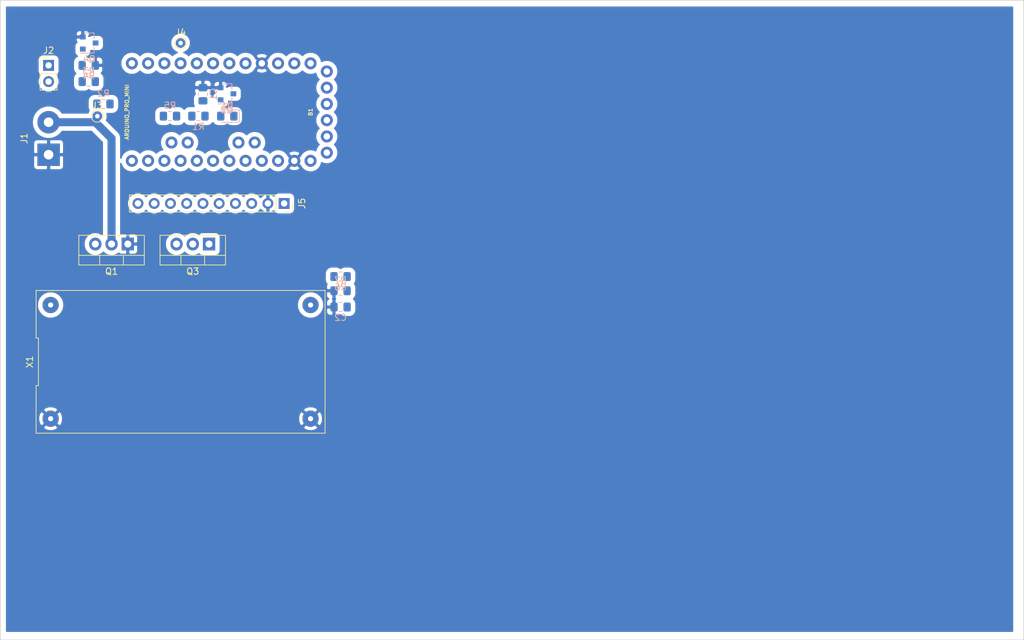
<source format=kicad_pcb>
(kicad_pcb (version 20171130) (host pcbnew 5.1.6-c6e7f7d~86~ubuntu18.04.1)

  (general
    (thickness 1.6)
    (drawings 4)
    (tracks 3)
    (zones 0)
    (modules 21)
    (nets 17)
  )

  (page A4)
  (layers
    (0 F.Cu signal)
    (31 B.Cu signal)
    (32 B.Adhes user)
    (33 F.Adhes user)
    (34 B.Paste user)
    (35 F.Paste user)
    (36 B.SilkS user)
    (37 F.SilkS user)
    (38 B.Mask user)
    (39 F.Mask user)
    (40 Dwgs.User user)
    (41 Cmts.User user)
    (42 Eco1.User user)
    (43 Eco2.User user)
    (44 Edge.Cuts user)
    (45 Margin user)
    (46 B.CrtYd user)
    (47 F.CrtYd user)
    (48 B.Fab user)
    (49 F.Fab user)
  )

  (setup
    (last_trace_width 0.4)
    (trace_clearance 0.3)
    (zone_clearance 0.7)
    (zone_45_only no)
    (trace_min 0.2)
    (via_size 0.8)
    (via_drill 0.4)
    (via_min_size 0.4)
    (via_min_drill 0.3)
    (uvia_size 0.3)
    (uvia_drill 0.1)
    (uvias_allowed no)
    (uvia_min_size 0.2)
    (uvia_min_drill 0.1)
    (edge_width 0.1)
    (segment_width 0.2)
    (pcb_text_width 0.3)
    (pcb_text_size 1.5 1.5)
    (mod_edge_width 0.15)
    (mod_text_size 1 1)
    (mod_text_width 0.15)
    (pad_size 1.524 1.524)
    (pad_drill 0.762)
    (pad_to_mask_clearance 0)
    (aux_axis_origin 0 0)
    (visible_elements FFFFFF7F)
    (pcbplotparams
      (layerselection 0x010fc_ffffffff)
      (usegerberextensions false)
      (usegerberattributes true)
      (usegerberadvancedattributes true)
      (creategerberjobfile true)
      (excludeedgelayer true)
      (linewidth 0.100000)
      (plotframeref false)
      (viasonmask false)
      (mode 1)
      (useauxorigin false)
      (hpglpennumber 1)
      (hpglpenspeed 20)
      (hpglpendiameter 15.000000)
      (psnegative false)
      (psa4output false)
      (plotreference true)
      (plotvalue true)
      (plotinvisibletext false)
      (padsonsilk false)
      (subtractmaskfromsilk false)
      (outputformat 4)
      (mirror false)
      (drillshape 0)
      (scaleselection 1)
      (outputdirectory ""))
  )

  (net 0 "")
  (net 1 GNDPWR)
  (net 2 "Net-(C1-Pad1)")
  (net 3 "Net-(D1-Pad1)")
  (net 4 "Net-(D1-Pad2)")
  (net 5 "Net-(J2-Pad1)")
  (net 6 "Net-(Q2-Pad1)")
  (net 7 "Net-(Q3-Pad1)")
  (net 8 /BAT+)
  (net 9 /BUTTON)
  (net 10 /PWR_HOLD)
  (net 11 VCC)
  (net 12 /SDA)
  (net 13 /SCL)
  (net 14 /A0)
  (net 15 /VBAT_SW)
  (net 16 /VBAT)

  (net_class Default "This is the default net class."
    (clearance 0.3)
    (trace_width 0.4)
    (via_dia 0.8)
    (via_drill 0.4)
    (uvia_dia 0.3)
    (uvia_drill 0.1)
    (add_net /A0)
    (add_net /BUTTON)
    (add_net /PWR_HOLD)
    (add_net /SCL)
    (add_net /SDA)
    (add_net /VBAT)
    (add_net "Net-(C1-Pad1)")
    (add_net "Net-(D1-Pad1)")
    (add_net "Net-(D1-Pad2)")
    (add_net "Net-(J2-Pad1)")
    (add_net "Net-(Q2-Pad1)")
    (add_net "Net-(Q3-Pad1)")
    (add_net VCC)
  )

  (net_class Power ""
    (clearance 0.5)
    (trace_width 1.27)
    (via_dia 1.4)
    (via_drill 0.9)
    (uvia_dia 0.8)
    (uvia_drill 0.6)
    (diff_pair_width 0.5)
    (diff_pair_gap 0.4)
    (add_net /BAT+)
    (add_net /VBAT_SW)
    (add_net GNDPWR)
  )

  (module Package_TO_SOT_SMD:SOT-23 (layer B.Cu) (tedit 5A02FF57) (tstamp 5EE8FDF1)
    (at 68.8975 66.675)
    (descr "SOT-23, Standard")
    (tags SOT-23)
    (path /5EE901F4)
    (attr smd)
    (fp_text reference Q4 (at 0 2.5 180) (layer B.SilkS)
      (effects (font (size 1 1) (thickness 0.15)) (justify mirror))
    )
    (fp_text value BC847 (at 0 -2.5 180) (layer B.Fab)
      (effects (font (size 1 1) (thickness 0.15)) (justify mirror))
    )
    (fp_line (start 0.76 -1.58) (end -0.7 -1.58) (layer B.SilkS) (width 0.12))
    (fp_line (start 0.76 1.58) (end -1.4 1.58) (layer B.SilkS) (width 0.12))
    (fp_line (start -1.7 -1.75) (end -1.7 1.75) (layer B.CrtYd) (width 0.05))
    (fp_line (start 1.7 -1.75) (end -1.7 -1.75) (layer B.CrtYd) (width 0.05))
    (fp_line (start 1.7 1.75) (end 1.7 -1.75) (layer B.CrtYd) (width 0.05))
    (fp_line (start -1.7 1.75) (end 1.7 1.75) (layer B.CrtYd) (width 0.05))
    (fp_line (start 0.76 1.58) (end 0.76 0.65) (layer B.SilkS) (width 0.12))
    (fp_line (start 0.76 -1.58) (end 0.76 -0.65) (layer B.SilkS) (width 0.12))
    (fp_line (start -0.7 -1.52) (end 0.7 -1.52) (layer B.Fab) (width 0.1))
    (fp_line (start 0.7 1.52) (end 0.7 -1.52) (layer B.Fab) (width 0.1))
    (fp_line (start -0.7 0.95) (end -0.15 1.52) (layer B.Fab) (width 0.1))
    (fp_line (start -0.15 1.52) (end 0.7 1.52) (layer B.Fab) (width 0.1))
    (fp_line (start -0.7 0.95) (end -0.7 -1.5) (layer B.Fab) (width 0.1))
    (fp_text user %R (at 0 0 90) (layer B.Fab)
      (effects (font (size 0.5 0.5) (thickness 0.075)) (justify mirror))
    )
    (pad 3 smd rect (at 1 0) (size 0.9 0.8) (layers B.Cu B.Paste B.Mask)
      (net 9 /BUTTON))
    (pad 2 smd rect (at -1 -0.95) (size 0.9 0.8) (layers B.Cu B.Paste B.Mask)
      (net 1 GNDPWR))
    (pad 1 smd rect (at -1 0.95) (size 0.9 0.8) (layers B.Cu B.Paste B.Mask)
      (net 5 "Net-(J2-Pad1)"))
    (model ${KISYS3DMOD}/Package_TO_SOT_SMD.3dshapes/SOT-23.wrl
      (at (xyz 0 0 0))
      (scale (xyz 1 1 1))
      (rotate (xyz 0 0 0))
    )
  )

  (module LED_SMD:LED_0805_2012Metric_Pad1.15x1.40mm_HandSolder (layer B.Cu) (tedit 5B4B45C9) (tstamp 5EE94D0C)
    (at 90.4875 78.105 180)
    (descr "LED SMD 0805 (2012 Metric), square (rectangular) end terminal, IPC_7351 nominal, (Body size source: https://docs.google.com/spreadsheets/d/1BsfQQcO9C6DZCsRaXUlFlo91Tg2WpOkGARC1WS5S8t0/edit?usp=sharing), generated with kicad-footprint-generator")
    (tags "LED handsolder")
    (path /5EE964FE)
    (attr smd)
    (fp_text reference D1 (at 0 1.65) (layer B.SilkS)
      (effects (font (size 1 1) (thickness 0.15)) (justify mirror))
    )
    (fp_text value LED (at 0 -1.65) (layer B.Fab)
      (effects (font (size 1 1) (thickness 0.15)) (justify mirror))
    )
    (fp_line (start 1 0.6) (end -0.7 0.6) (layer B.Fab) (width 0.1))
    (fp_line (start -0.7 0.6) (end -1 0.3) (layer B.Fab) (width 0.1))
    (fp_line (start -1 0.3) (end -1 -0.6) (layer B.Fab) (width 0.1))
    (fp_line (start -1 -0.6) (end 1 -0.6) (layer B.Fab) (width 0.1))
    (fp_line (start 1 -0.6) (end 1 0.6) (layer B.Fab) (width 0.1))
    (fp_line (start 1 0.96) (end -1.86 0.96) (layer B.SilkS) (width 0.12))
    (fp_line (start -1.86 0.96) (end -1.86 -0.96) (layer B.SilkS) (width 0.12))
    (fp_line (start -1.86 -0.96) (end 1 -0.96) (layer B.SilkS) (width 0.12))
    (fp_line (start -1.85 -0.95) (end -1.85 0.95) (layer B.CrtYd) (width 0.05))
    (fp_line (start -1.85 0.95) (end 1.85 0.95) (layer B.CrtYd) (width 0.05))
    (fp_line (start 1.85 0.95) (end 1.85 -0.95) (layer B.CrtYd) (width 0.05))
    (fp_line (start 1.85 -0.95) (end -1.85 -0.95) (layer B.CrtYd) (width 0.05))
    (fp_text user %R (at 0 0) (layer B.Fab)
      (effects (font (size 0.5 0.5) (thickness 0.08)) (justify mirror))
    )
    (pad 1 smd roundrect (at -1.025 0 180) (size 1.15 1.4) (layers B.Cu B.Paste B.Mask) (roundrect_rratio 0.217391)
      (net 3 "Net-(D1-Pad1)"))
    (pad 2 smd roundrect (at 1.025 0 180) (size 1.15 1.4) (layers B.Cu B.Paste B.Mask) (roundrect_rratio 0.217391)
      (net 4 "Net-(D1-Pad2)"))
    (model ${KISYS3DMOD}/LED_SMD.3dshapes/LED_0805_2012Metric.wrl
      (at (xyz 0 0 0))
      (scale (xyz 1 1 1))
      (rotate (xyz 0 0 0))
    )
  )

  (module Resistor_SMD:R_0805_2012Metric_Pad1.15x1.40mm_HandSolder (layer B.Cu) (tedit 5B36C52B) (tstamp 5EEB0A88)
    (at 108.195 105.41 180)
    (descr "Resistor SMD 0805 (2012 Metric), square (rectangular) end terminal, IPC_7351 nominal with elongated pad for handsoldering. (Body size source: https://docs.google.com/spreadsheets/d/1BsfQQcO9C6DZCsRaXUlFlo91Tg2WpOkGARC1WS5S8t0/edit?usp=sharing), generated with kicad-footprint-generator")
    (tags "resistor handsolder")
    (path /5EEF579B)
    (attr smd)
    (fp_text reference R7 (at 0 1.65) (layer B.SilkS)
      (effects (font (size 1 1) (thickness 0.15)) (justify mirror))
    )
    (fp_text value 10K (at 0 -1.65) (layer B.Fab)
      (effects (font (size 1 1) (thickness 0.15)) (justify mirror))
    )
    (fp_line (start 1.85 -0.95) (end -1.85 -0.95) (layer B.CrtYd) (width 0.05))
    (fp_line (start 1.85 0.95) (end 1.85 -0.95) (layer B.CrtYd) (width 0.05))
    (fp_line (start -1.85 0.95) (end 1.85 0.95) (layer B.CrtYd) (width 0.05))
    (fp_line (start -1.85 -0.95) (end -1.85 0.95) (layer B.CrtYd) (width 0.05))
    (fp_line (start -0.261252 -0.71) (end 0.261252 -0.71) (layer B.SilkS) (width 0.12))
    (fp_line (start -0.261252 0.71) (end 0.261252 0.71) (layer B.SilkS) (width 0.12))
    (fp_line (start 1 -0.6) (end -1 -0.6) (layer B.Fab) (width 0.1))
    (fp_line (start 1 0.6) (end 1 -0.6) (layer B.Fab) (width 0.1))
    (fp_line (start -1 0.6) (end 1 0.6) (layer B.Fab) (width 0.1))
    (fp_line (start -1 -0.6) (end -1 0.6) (layer B.Fab) (width 0.1))
    (fp_text user %R (at 0 0) (layer B.Fab)
      (effects (font (size 0.5 0.5) (thickness 0.08)) (justify mirror))
    )
    (pad 2 smd roundrect (at 1.025 0 180) (size 1.15 1.4) (layers B.Cu B.Paste B.Mask) (roundrect_rratio 0.217391)
      (net 1 GNDPWR))
    (pad 1 smd roundrect (at -1.025 0 180) (size 1.15 1.4) (layers B.Cu B.Paste B.Mask) (roundrect_rratio 0.217391)
      (net 14 /A0))
    (model ${KISYS3DMOD}/Resistor_SMD.3dshapes/R_0805_2012Metric.wrl
      (at (xyz 0 0 0))
      (scale (xyz 1 1 1))
      (rotate (xyz 0 0 0))
    )
  )

  (module Resistor_SMD:R_0805_2012Metric_Pad1.15x1.40mm_HandSolder (layer B.Cu) (tedit 5B36C52B) (tstamp 5EEB0A77)
    (at 108.195 103.1875)
    (descr "Resistor SMD 0805 (2012 Metric), square (rectangular) end terminal, IPC_7351 nominal with elongated pad for handsoldering. (Body size source: https://docs.google.com/spreadsheets/d/1BsfQQcO9C6DZCsRaXUlFlo91Tg2WpOkGARC1WS5S8t0/edit?usp=sharing), generated with kicad-footprint-generator")
    (tags "resistor handsolder")
    (path /5EEF4E6A)
    (attr smd)
    (fp_text reference R6 (at 0 1.65) (layer B.SilkS)
      (effects (font (size 1 1) (thickness 0.15)) (justify mirror))
    )
    (fp_text value 10K (at 0 -1.65) (layer B.Fab)
      (effects (font (size 1 1) (thickness 0.15)) (justify mirror))
    )
    (fp_line (start -1 -0.6) (end -1 0.6) (layer B.Fab) (width 0.1))
    (fp_line (start -1 0.6) (end 1 0.6) (layer B.Fab) (width 0.1))
    (fp_line (start 1 0.6) (end 1 -0.6) (layer B.Fab) (width 0.1))
    (fp_line (start 1 -0.6) (end -1 -0.6) (layer B.Fab) (width 0.1))
    (fp_line (start -0.261252 0.71) (end 0.261252 0.71) (layer B.SilkS) (width 0.12))
    (fp_line (start -0.261252 -0.71) (end 0.261252 -0.71) (layer B.SilkS) (width 0.12))
    (fp_line (start -1.85 -0.95) (end -1.85 0.95) (layer B.CrtYd) (width 0.05))
    (fp_line (start -1.85 0.95) (end 1.85 0.95) (layer B.CrtYd) (width 0.05))
    (fp_line (start 1.85 0.95) (end 1.85 -0.95) (layer B.CrtYd) (width 0.05))
    (fp_line (start 1.85 -0.95) (end -1.85 -0.95) (layer B.CrtYd) (width 0.05))
    (fp_text user %R (at 0 0) (layer B.Fab)
      (effects (font (size 0.5 0.5) (thickness 0.08)) (justify mirror))
    )
    (pad 1 smd roundrect (at -1.025 0) (size 1.15 1.4) (layers B.Cu B.Paste B.Mask) (roundrect_rratio 0.217391)
      (net 15 /VBAT_SW))
    (pad 2 smd roundrect (at 1.025 0) (size 1.15 1.4) (layers B.Cu B.Paste B.Mask) (roundrect_rratio 0.217391)
      (net 14 /A0))
    (model ${KISYS3DMOD}/Resistor_SMD.3dshapes/R_0805_2012Metric.wrl
      (at (xyz 0 0 0))
      (scale (xyz 1 1 1))
      (rotate (xyz 0 0 0))
    )
  )

  (module Capacitor_SMD:C_0805_2012Metric_Pad1.15x1.40mm_HandSolder (layer B.Cu) (tedit 5B36C52B) (tstamp 5EEB0A66)
    (at 108.195 107.95)
    (descr "Capacitor SMD 0805 (2012 Metric), square (rectangular) end terminal, IPC_7351 nominal with elongated pad for handsoldering. (Body size source: https://docs.google.com/spreadsheets/d/1BsfQQcO9C6DZCsRaXUlFlo91Tg2WpOkGARC1WS5S8t0/edit?usp=sharing), generated with kicad-footprint-generator")
    (tags "capacitor handsolder")
    (path /5EEFA0F3)
    (attr smd)
    (fp_text reference C2 (at 0 1.65) (layer B.SilkS)
      (effects (font (size 1 1) (thickness 0.15)) (justify mirror))
    )
    (fp_text value 100n (at 0 -1.65) (layer B.Fab)
      (effects (font (size 1 1) (thickness 0.15)) (justify mirror))
    )
    (fp_line (start -1 -0.6) (end -1 0.6) (layer B.Fab) (width 0.1))
    (fp_line (start -1 0.6) (end 1 0.6) (layer B.Fab) (width 0.1))
    (fp_line (start 1 0.6) (end 1 -0.6) (layer B.Fab) (width 0.1))
    (fp_line (start 1 -0.6) (end -1 -0.6) (layer B.Fab) (width 0.1))
    (fp_line (start -0.261252 0.71) (end 0.261252 0.71) (layer B.SilkS) (width 0.12))
    (fp_line (start -0.261252 -0.71) (end 0.261252 -0.71) (layer B.SilkS) (width 0.12))
    (fp_line (start -1.85 -0.95) (end -1.85 0.95) (layer B.CrtYd) (width 0.05))
    (fp_line (start -1.85 0.95) (end 1.85 0.95) (layer B.CrtYd) (width 0.05))
    (fp_line (start 1.85 0.95) (end 1.85 -0.95) (layer B.CrtYd) (width 0.05))
    (fp_line (start 1.85 -0.95) (end -1.85 -0.95) (layer B.CrtYd) (width 0.05))
    (fp_text user %R (at 0 0) (layer B.Fab)
      (effects (font (size 0.5 0.5) (thickness 0.08)) (justify mirror))
    )
    (pad 1 smd roundrect (at -1.025 0) (size 1.15 1.4) (layers B.Cu B.Paste B.Mask) (roundrect_rratio 0.217391)
      (net 1 GNDPWR))
    (pad 2 smd roundrect (at 1.025 0) (size 1.15 1.4) (layers B.Cu B.Paste B.Mask) (roundrect_rratio 0.217391)
      (net 14 /A0))
    (model ${KISYS3DMOD}/Capacitor_SMD.3dshapes/C_0805_2012Metric.wrl
      (at (xyz 0 0 0))
      (scale (xyz 1 1 1))
      (rotate (xyz 0 0 0))
    )
  )

  (module Boards:ARDUINO_PRO_MINI (layer F.Cu) (tedit 200000) (tstamp 5EEB05DB)
    (at 90.805 77.47 270)
    (descr "ARDUINO PRO MINI FOOTPRINT")
    (tags "ARDUINO PRO MINI FOOTPRINT")
    (path /5EEC8204)
    (attr virtual)
    (fp_text reference B1 (at 0 -12.7 90) (layer F.SilkS)
      (effects (font (size 0.6096 0.6096) (thickness 0.127)))
    )
    (fp_text value ARDUINO_PRO_MINI (at 0 16.002 90) (layer F.SilkS)
      (effects (font (size 0.6096 0.6096) (thickness 0.127)))
    )
    (fp_line (start -8.89 -16.51) (end -8.89 16.51) (layer Dwgs.User) (width 0.127))
    (fp_line (start -8.89 16.51) (end 8.89 16.51) (layer Dwgs.User) (width 0.127))
    (fp_line (start 8.89 16.51) (end 8.89 -16.51) (layer Dwgs.User) (width 0.127))
    (fp_line (start 8.89 -16.51) (end -8.89 -16.51) (layer Dwgs.User) (width 0.127))
    (pad 1 thru_hole circle (at -7.62 -12.7 270) (size 1.8796 1.8796) (drill 1.016) (layers *.Cu *.Mask)
      (solder_mask_margin 0.1016))
    (pad 2 thru_hole circle (at -7.62 -10.16 270) (size 1.8796 1.8796) (drill 1.016) (layers *.Cu *.Mask)
      (solder_mask_margin 0.1016))
    (pad 3 thru_hole circle (at -7.62 -7.62 270) (size 1.8796 1.8796) (drill 1.016) (layers *.Cu *.Mask)
      (solder_mask_margin 0.1016))
    (pad 4 thru_hole circle (at -7.62 -5.08 270) (size 1.8796 1.8796) (drill 1.016) (layers *.Cu *.Mask)
      (net 1 GNDPWR) (solder_mask_margin 0.1016))
    (pad 5 thru_hole circle (at -7.62 -2.54 270) (size 1.8796 1.8796) (drill 1.016) (layers *.Cu *.Mask)
      (solder_mask_margin 0.1016))
    (pad 6 thru_hole circle (at -7.62 0 270) (size 1.8796 1.8796) (drill 1.016) (layers *.Cu *.Mask)
      (solder_mask_margin 0.1016))
    (pad 7 thru_hole circle (at -7.62 2.54 270) (size 1.8796 1.8796) (drill 1.016) (layers *.Cu *.Mask)
      (solder_mask_margin 0.1016))
    (pad 8 thru_hole circle (at -7.62 5.08 270) (size 1.8796 1.8796) (drill 1.016) (layers *.Cu *.Mask)
      (solder_mask_margin 0.1016))
    (pad 9 thru_hole circle (at -7.62 7.62 270) (size 1.8796 1.8796) (drill 1.016) (layers *.Cu *.Mask)
      (net 9 /BUTTON) (solder_mask_margin 0.1016))
    (pad 10 thru_hole circle (at -7.62 10.16 270) (size 1.8796 1.8796) (drill 1.016) (layers *.Cu *.Mask)
      (net 10 /PWR_HOLD) (solder_mask_margin 0.1016))
    (pad 11 thru_hole circle (at -7.62 12.7 270) (size 1.8796 1.8796) (drill 1.016) (layers *.Cu *.Mask)
      (solder_mask_margin 0.1016))
    (pad 12 thru_hole circle (at -7.62 15.24 270) (size 1.8796 1.8796) (drill 1.016) (layers *.Cu *.Mask)
      (solder_mask_margin 0.1016))
    (pad 13 thru_hole circle (at 7.62 15.24 270) (size 1.8796 1.8796) (drill 1.016) (layers *.Cu *.Mask)
      (solder_mask_margin 0.1016))
    (pad 14 thru_hole circle (at 7.62 12.7 270) (size 1.8796 1.8796) (drill 1.016) (layers *.Cu *.Mask)
      (solder_mask_margin 0.1016))
    (pad 15 thru_hole circle (at 7.62 10.16 270) (size 1.8796 1.8796) (drill 1.016) (layers *.Cu *.Mask)
      (solder_mask_margin 0.1016))
    (pad 16 thru_hole circle (at 7.62 7.62 270) (size 1.8796 1.8796) (drill 1.016) (layers *.Cu *.Mask)
      (solder_mask_margin 0.1016))
    (pad 17 thru_hole circle (at 7.62 5.08 270) (size 1.8796 1.8796) (drill 1.016) (layers *.Cu *.Mask)
      (solder_mask_margin 0.1016))
    (pad 18 thru_hole circle (at 7.62 2.54 270) (size 1.8796 1.8796) (drill 1.016) (layers *.Cu *.Mask)
      (solder_mask_margin 0.1016))
    (pad 19 thru_hole circle (at 7.62 0 270) (size 1.8796 1.8796) (drill 1.016) (layers *.Cu *.Mask)
      (solder_mask_margin 0.1016))
    (pad 20 thru_hole circle (at 7.62 -2.54 270) (size 1.8796 1.8796) (drill 1.016) (layers *.Cu *.Mask)
      (solder_mask_margin 0.1016))
    (pad 21 thru_hole circle (at 7.62 -5.08 270) (size 1.8796 1.8796) (drill 1.016) (layers *.Cu *.Mask)
      (net 11 VCC) (solder_mask_margin 0.1016))
    (pad 22 thru_hole circle (at 7.62 -7.62 270) (size 1.8796 1.8796) (drill 1.016) (layers *.Cu *.Mask)
      (solder_mask_margin 0.1016))
    (pad 23 thru_hole circle (at 7.62 -10.16 270) (size 1.8796 1.8796) (drill 1.016) (layers *.Cu *.Mask)
      (net 1 GNDPWR) (solder_mask_margin 0.1016))
    (pad 24 thru_hole circle (at 7.62 -12.7 270) (size 1.8796 1.8796) (drill 1.016) (layers *.Cu *.Mask)
      (solder_mask_margin 0.1016))
    (pad A4 thru_hole circle (at 4.7625 -1.42748 270) (size 1.8796 1.8796) (drill 1.016) (layers *.Cu *.Mask)
      (net 12 /SDA) (solder_mask_margin 0.1016))
    (pad A5 thru_hole circle (at 4.7625 -3.96748 270) (size 1.8796 1.8796) (drill 1.016) (layers *.Cu *.Mask)
      (net 13 /SCL) (solder_mask_margin 0.1016))
    (pad A6 thru_hole circle (at 4.7625 9.04748 270) (size 1.8796 1.8796) (drill 1.016) (layers *.Cu *.Mask)
      (solder_mask_margin 0.1016))
    (pad A7 thru_hole circle (at 4.7625 6.50748 270) (size 1.8796 1.8796) (drill 1.016) (layers *.Cu *.Mask)
      (solder_mask_margin 0.1016))
    (pad BLK thru_hole circle (at -6.35 -15.24 270) (size 1.8796 1.8796) (drill 1.016) (layers *.Cu *.Mask)
      (solder_mask_margin 0.1016))
    (pad GND thru_hole circle (at -3.81 -15.24 270) (size 1.8796 1.8796) (drill 1.016) (layers *.Cu *.Mask)
      (solder_mask_margin 0.1016))
    (pad GRN thru_hole circle (at 6.35 -15.24 270) (size 1.8796 1.8796) (drill 1.016) (layers *.Cu *.Mask)
      (solder_mask_margin 0.1016))
    (pad RXI thru_hole circle (at 1.27 -15.24 270) (size 1.8796 1.8796) (drill 1.016) (layers *.Cu *.Mask)
      (solder_mask_margin 0.1016))
    (pad TXO thru_hole circle (at 3.81 -15.24 270) (size 1.8796 1.8796) (drill 1.016) (layers *.Cu *.Mask)
      (solder_mask_margin 0.1016))
    (pad VCC thru_hole circle (at -1.27 -15.24 270) (size 1.8796 1.8796) (drill 1.016) (layers *.Cu *.Mask)
      (solder_mask_margin 0.1016))
  )

  (module Package_TO_SOT_SMD:SOT-23 (layer B.Cu) (tedit 5A02FF57) (tstamp 5EE8FDB2)
    (at 90.44 74.6125)
    (descr "SOT-23, Standard")
    (tags SOT-23)
    (path /5EE9345A)
    (attr smd)
    (fp_text reference Q2 (at 0 2.5) (layer B.SilkS)
      (effects (font (size 1 1) (thickness 0.15)) (justify mirror))
    )
    (fp_text value BC847 (at 0 -2.5) (layer B.Fab)
      (effects (font (size 1 1) (thickness 0.15)) (justify mirror))
    )
    (fp_line (start -0.7 0.95) (end -0.7 -1.5) (layer B.Fab) (width 0.1))
    (fp_line (start -0.15 1.52) (end 0.7 1.52) (layer B.Fab) (width 0.1))
    (fp_line (start -0.7 0.95) (end -0.15 1.52) (layer B.Fab) (width 0.1))
    (fp_line (start 0.7 1.52) (end 0.7 -1.52) (layer B.Fab) (width 0.1))
    (fp_line (start -0.7 -1.52) (end 0.7 -1.52) (layer B.Fab) (width 0.1))
    (fp_line (start 0.76 -1.58) (end 0.76 -0.65) (layer B.SilkS) (width 0.12))
    (fp_line (start 0.76 1.58) (end 0.76 0.65) (layer B.SilkS) (width 0.12))
    (fp_line (start -1.7 1.75) (end 1.7 1.75) (layer B.CrtYd) (width 0.05))
    (fp_line (start 1.7 1.75) (end 1.7 -1.75) (layer B.CrtYd) (width 0.05))
    (fp_line (start 1.7 -1.75) (end -1.7 -1.75) (layer B.CrtYd) (width 0.05))
    (fp_line (start -1.7 -1.75) (end -1.7 1.75) (layer B.CrtYd) (width 0.05))
    (fp_line (start 0.76 1.58) (end -1.4 1.58) (layer B.SilkS) (width 0.12))
    (fp_line (start 0.76 -1.58) (end -0.7 -1.58) (layer B.SilkS) (width 0.12))
    (fp_text user %R (at 0 0 -90) (layer B.Fab)
      (effects (font (size 0.5 0.5) (thickness 0.075)) (justify mirror))
    )
    (pad 1 smd rect (at -1 0.95) (size 0.9 0.8) (layers B.Cu B.Paste B.Mask)
      (net 6 "Net-(Q2-Pad1)"))
    (pad 2 smd rect (at -1 -0.95) (size 0.9 0.8) (layers B.Cu B.Paste B.Mask)
      (net 1 GNDPWR))
    (pad 3 smd rect (at 1 0) (size 0.9 0.8) (layers B.Cu B.Paste B.Mask)
      (net 3 "Net-(D1-Pad1)"))
    (model ${KISYS3DMOD}/Package_TO_SOT_SMD.3dshapes/SOT-23.wrl
      (at (xyz 0 0 0))
      (scale (xyz 1 1 1))
      (rotate (xyz 0 0 0))
    )
  )

  (module Capacitor_SMD:C_0805_2012Metric_Pad1.15x1.40mm_HandSolder (layer B.Cu) (tedit 5B36C52B) (tstamp 5EE94CF9)
    (at 86.6775 74.685 90)
    (descr "Capacitor SMD 0805 (2012 Metric), square (rectangular) end terminal, IPC_7351 nominal with elongated pad for handsoldering. (Body size source: https://docs.google.com/spreadsheets/d/1BsfQQcO9C6DZCsRaXUlFlo91Tg2WpOkGARC1WS5S8t0/edit?usp=sharing), generated with kicad-footprint-generator")
    (tags "capacitor handsolder")
    (path /5EE9C2CE)
    (attr smd)
    (fp_text reference C1 (at 0 1.65 270) (layer B.SilkS)
      (effects (font (size 1 1) (thickness 0.15)) (justify mirror))
    )
    (fp_text value 100n (at 0 -1.65 270) (layer B.Fab)
      (effects (font (size 1 1) (thickness 0.15)) (justify mirror))
    )
    (fp_line (start -1 -0.6) (end -1 0.6) (layer B.Fab) (width 0.1))
    (fp_line (start -1 0.6) (end 1 0.6) (layer B.Fab) (width 0.1))
    (fp_line (start 1 0.6) (end 1 -0.6) (layer B.Fab) (width 0.1))
    (fp_line (start 1 -0.6) (end -1 -0.6) (layer B.Fab) (width 0.1))
    (fp_line (start -0.261252 0.71) (end 0.261252 0.71) (layer B.SilkS) (width 0.12))
    (fp_line (start -0.261252 -0.71) (end 0.261252 -0.71) (layer B.SilkS) (width 0.12))
    (fp_line (start -1.85 -0.95) (end -1.85 0.95) (layer B.CrtYd) (width 0.05))
    (fp_line (start -1.85 0.95) (end 1.85 0.95) (layer B.CrtYd) (width 0.05))
    (fp_line (start 1.85 0.95) (end 1.85 -0.95) (layer B.CrtYd) (width 0.05))
    (fp_line (start 1.85 -0.95) (end -1.85 -0.95) (layer B.CrtYd) (width 0.05))
    (fp_text user %R (at 0 0 270) (layer B.Fab)
      (effects (font (size 0.5 0.5) (thickness 0.08)) (justify mirror))
    )
    (pad 1 smd roundrect (at -1.025 0 90) (size 1.15 1.4) (layers B.Cu B.Paste B.Mask) (roundrect_rratio 0.217391)
      (net 2 "Net-(C1-Pad1)"))
    (pad 2 smd roundrect (at 1.025 0 90) (size 1.15 1.4) (layers B.Cu B.Paste B.Mask) (roundrect_rratio 0.217391)
      (net 1 GNDPWR))
    (model ${KISYS3DMOD}/Capacitor_SMD.3dshapes/C_0805_2012Metric.wrl
      (at (xyz 0 0 0))
      (scale (xyz 1 1 1))
      (rotate (xyz 0 0 0))
    )
  )

  (module Connector_Wire:SolderWirePad_1x02_P5.08mm_Drill1.5mm (layer F.Cu) (tedit 5AEE5F19) (tstamp 5EE94D17)
    (at 62.5475 84.1375 90)
    (descr "Wire solder connection")
    (tags connector)
    (path /5EE8938B)
    (attr virtual)
    (fp_text reference J1 (at 2.54 -3.81 90) (layer F.SilkS)
      (effects (font (size 1 1) (thickness 0.15)))
    )
    (fp_text value PWR_IN (at 2.54 3.81 90) (layer F.Fab)
      (effects (font (size 1 1) (thickness 0.15)))
    )
    (fp_line (start -2.25 -2.25) (end 7.33 -2.25) (layer F.CrtYd) (width 0.05))
    (fp_line (start -2.25 -2.25) (end -2.25 2.25) (layer F.CrtYd) (width 0.05))
    (fp_line (start 7.33 2.25) (end 7.33 -2.25) (layer F.CrtYd) (width 0.05))
    (fp_line (start 7.33 2.25) (end -2.25 2.25) (layer F.CrtYd) (width 0.05))
    (fp_text user %R (at 2.54 0 90) (layer F.Fab)
      (effects (font (size 1 1) (thickness 0.15)))
    )
    (pad 1 thru_hole rect (at 0 0 90) (size 3.50012 3.50012) (drill 1.50114) (layers *.Cu *.Mask)
      (net 1 GNDPWR))
    (pad 2 thru_hole circle (at 5.08 0 90) (size 3.50012 3.50012) (drill 1.50114) (layers *.Cu *.Mask)
      (net 8 /BAT+))
  )

  (module Connector_PinHeader_2.54mm:PinHeader_1x02_P2.54mm_Vertical (layer F.Cu) (tedit 59FED5CC) (tstamp 5EE94D2D)
    (at 62.5475 70.1675)
    (descr "Through hole straight pin header, 1x02, 2.54mm pitch, single row")
    (tags "Through hole pin header THT 1x02 2.54mm single row")
    (path /5EE987D1)
    (fp_text reference J2 (at 0 -2.33) (layer F.SilkS)
      (effects (font (size 1 1) (thickness 0.15)))
    )
    (fp_text value BUT,TON (at 0 4.87) (layer F.Fab)
      (effects (font (size 1 1) (thickness 0.15)))
    )
    (fp_line (start -0.635 -1.27) (end 1.27 -1.27) (layer F.Fab) (width 0.1))
    (fp_line (start 1.27 -1.27) (end 1.27 3.81) (layer F.Fab) (width 0.1))
    (fp_line (start 1.27 3.81) (end -1.27 3.81) (layer F.Fab) (width 0.1))
    (fp_line (start -1.27 3.81) (end -1.27 -0.635) (layer F.Fab) (width 0.1))
    (fp_line (start -1.27 -0.635) (end -0.635 -1.27) (layer F.Fab) (width 0.1))
    (fp_line (start -1.33 3.87) (end 1.33 3.87) (layer F.SilkS) (width 0.12))
    (fp_line (start -1.33 1.27) (end -1.33 3.87) (layer F.SilkS) (width 0.12))
    (fp_line (start 1.33 1.27) (end 1.33 3.87) (layer F.SilkS) (width 0.12))
    (fp_line (start -1.33 1.27) (end 1.33 1.27) (layer F.SilkS) (width 0.12))
    (fp_line (start -1.33 0) (end -1.33 -1.33) (layer F.SilkS) (width 0.12))
    (fp_line (start -1.33 -1.33) (end 0 -1.33) (layer F.SilkS) (width 0.12))
    (fp_line (start -1.8 -1.8) (end -1.8 4.35) (layer F.CrtYd) (width 0.05))
    (fp_line (start -1.8 4.35) (end 1.8 4.35) (layer F.CrtYd) (width 0.05))
    (fp_line (start 1.8 4.35) (end 1.8 -1.8) (layer F.CrtYd) (width 0.05))
    (fp_line (start 1.8 -1.8) (end -1.8 -1.8) (layer F.CrtYd) (width 0.05))
    (fp_text user %R (at 0 1.27 90) (layer F.Fab)
      (effects (font (size 1 1) (thickness 0.15)))
    )
    (pad 1 thru_hole rect (at 0 0) (size 1.7 1.7) (drill 1) (layers *.Cu *.Mask)
      (net 5 "Net-(J2-Pad1)"))
    (pad 2 thru_hole oval (at 0 2.54) (size 1.7 1.7) (drill 1) (layers *.Cu *.Mask)
      (net 4 "Net-(D1-Pad2)"))
    (model ${KISYS3DMOD}/Connector_PinHeader_2.54mm.3dshapes/PinHeader_1x02_P2.54mm_Vertical.wrl
      (at (xyz 0 0 0))
      (scale (xyz 1 1 1))
      (rotate (xyz 0 0 0))
    )
  )

  (module Resistor_SMD:R_0805_2012Metric_Pad1.15x1.40mm_HandSolder (layer B.Cu) (tedit 5B36C52B) (tstamp 5EE94D3E)
    (at 85.97 78.105)
    (descr "Resistor SMD 0805 (2012 Metric), square (rectangular) end terminal, IPC_7351 nominal with elongated pad for handsoldering. (Body size source: https://docs.google.com/spreadsheets/d/1BsfQQcO9C6DZCsRaXUlFlo91Tg2WpOkGARC1WS5S8t0/edit?usp=sharing), generated with kicad-footprint-generator")
    (tags "resistor handsolder")
    (path /5EE9AE70)
    (attr smd)
    (fp_text reference R1 (at 0 1.65) (layer B.SilkS)
      (effects (font (size 1 1) (thickness 0.15)) (justify mirror))
    )
    (fp_text value 10K (at 0 -1.65) (layer B.Fab)
      (effects (font (size 1 1) (thickness 0.15)) (justify mirror))
    )
    (fp_line (start 1.85 -0.95) (end -1.85 -0.95) (layer B.CrtYd) (width 0.05))
    (fp_line (start 1.85 0.95) (end 1.85 -0.95) (layer B.CrtYd) (width 0.05))
    (fp_line (start -1.85 0.95) (end 1.85 0.95) (layer B.CrtYd) (width 0.05))
    (fp_line (start -1.85 -0.95) (end -1.85 0.95) (layer B.CrtYd) (width 0.05))
    (fp_line (start -0.261252 -0.71) (end 0.261252 -0.71) (layer B.SilkS) (width 0.12))
    (fp_line (start -0.261252 0.71) (end 0.261252 0.71) (layer B.SilkS) (width 0.12))
    (fp_line (start 1 -0.6) (end -1 -0.6) (layer B.Fab) (width 0.1))
    (fp_line (start 1 0.6) (end 1 -0.6) (layer B.Fab) (width 0.1))
    (fp_line (start -1 0.6) (end 1 0.6) (layer B.Fab) (width 0.1))
    (fp_line (start -1 -0.6) (end -1 0.6) (layer B.Fab) (width 0.1))
    (fp_text user %R (at 0 0) (layer B.Fab)
      (effects (font (size 0.5 0.5) (thickness 0.08)) (justify mirror))
    )
    (pad 2 smd roundrect (at 1.025 0) (size 1.15 1.4) (layers B.Cu B.Paste B.Mask) (roundrect_rratio 0.217391)
      (net 6 "Net-(Q2-Pad1)"))
    (pad 1 smd roundrect (at -1.025 0) (size 1.15 1.4) (layers B.Cu B.Paste B.Mask) (roundrect_rratio 0.217391)
      (net 2 "Net-(C1-Pad1)"))
    (model ${KISYS3DMOD}/Resistor_SMD.3dshapes/R_0805_2012Metric.wrl
      (at (xyz 0 0 0))
      (scale (xyz 1 1 1))
      (rotate (xyz 0 0 0))
    )
  )

  (module Resistor_SMD:R_0805_2012Metric_Pad1.15x1.40mm_HandSolder (layer B.Cu) (tedit 5B36C52B) (tstamp 5EE94D4F)
    (at 71.12 76.2 180)
    (descr "Resistor SMD 0805 (2012 Metric), square (rectangular) end terminal, IPC_7351 nominal with elongated pad for handsoldering. (Body size source: https://docs.google.com/spreadsheets/d/1BsfQQcO9C6DZCsRaXUlFlo91Tg2WpOkGARC1WS5S8t0/edit?usp=sharing), generated with kicad-footprint-generator")
    (tags "resistor handsolder")
    (path /5EE8F126)
    (attr smd)
    (fp_text reference R2 (at 0 1.65) (layer B.SilkS)
      (effects (font (size 1 1) (thickness 0.15)) (justify mirror))
    )
    (fp_text value 1K (at 0 -1.65) (layer B.Fab)
      (effects (font (size 1 1) (thickness 0.15)) (justify mirror))
    )
    (fp_line (start -1 -0.6) (end -1 0.6) (layer B.Fab) (width 0.1))
    (fp_line (start -1 0.6) (end 1 0.6) (layer B.Fab) (width 0.1))
    (fp_line (start 1 0.6) (end 1 -0.6) (layer B.Fab) (width 0.1))
    (fp_line (start 1 -0.6) (end -1 -0.6) (layer B.Fab) (width 0.1))
    (fp_line (start -0.261252 0.71) (end 0.261252 0.71) (layer B.SilkS) (width 0.12))
    (fp_line (start -0.261252 -0.71) (end 0.261252 -0.71) (layer B.SilkS) (width 0.12))
    (fp_line (start -1.85 -0.95) (end -1.85 0.95) (layer B.CrtYd) (width 0.05))
    (fp_line (start -1.85 0.95) (end 1.85 0.95) (layer B.CrtYd) (width 0.05))
    (fp_line (start 1.85 0.95) (end 1.85 -0.95) (layer B.CrtYd) (width 0.05))
    (fp_line (start 1.85 -0.95) (end -1.85 -0.95) (layer B.CrtYd) (width 0.05))
    (fp_text user %R (at 0 0) (layer B.Fab)
      (effects (font (size 0.5 0.5) (thickness 0.08)) (justify mirror))
    )
    (pad 1 smd roundrect (at -1.025 0 180) (size 1.15 1.4) (layers B.Cu B.Paste B.Mask) (roundrect_rratio 0.217391)
      (net 16 /VBAT))
    (pad 2 smd roundrect (at 1.025 0 180) (size 1.15 1.4) (layers B.Cu B.Paste B.Mask) (roundrect_rratio 0.217391)
      (net 7 "Net-(Q3-Pad1)"))
    (model ${KISYS3DMOD}/Resistor_SMD.3dshapes/R_0805_2012Metric.wrl
      (at (xyz 0 0 0))
      (scale (xyz 1 1 1))
      (rotate (xyz 0 0 0))
    )
  )

  (module Resistor_SMD:R_0805_2012Metric_Pad1.15x1.40mm_HandSolder (layer B.Cu) (tedit 5B36C52B) (tstamp 5EE94D60)
    (at 68.825 72.7075 180)
    (descr "Resistor SMD 0805 (2012 Metric), square (rectangular) end terminal, IPC_7351 nominal with elongated pad for handsoldering. (Body size source: https://docs.google.com/spreadsheets/d/1BsfQQcO9C6DZCsRaXUlFlo91Tg2WpOkGARC1WS5S8t0/edit?usp=sharing), generated with kicad-footprint-generator")
    (tags "resistor handsolder")
    (path /5EE92ED3)
    (attr smd)
    (fp_text reference R3 (at 0 1.65) (layer B.SilkS)
      (effects (font (size 1 1) (thickness 0.15)) (justify mirror))
    )
    (fp_text value 10K (at 0 -1.65) (layer B.Fab)
      (effects (font (size 1 1) (thickness 0.15)) (justify mirror))
    )
    (fp_line (start -1 -0.6) (end -1 0.6) (layer B.Fab) (width 0.1))
    (fp_line (start -1 0.6) (end 1 0.6) (layer B.Fab) (width 0.1))
    (fp_line (start 1 0.6) (end 1 -0.6) (layer B.Fab) (width 0.1))
    (fp_line (start 1 -0.6) (end -1 -0.6) (layer B.Fab) (width 0.1))
    (fp_line (start -0.261252 0.71) (end 0.261252 0.71) (layer B.SilkS) (width 0.12))
    (fp_line (start -0.261252 -0.71) (end 0.261252 -0.71) (layer B.SilkS) (width 0.12))
    (fp_line (start -1.85 -0.95) (end -1.85 0.95) (layer B.CrtYd) (width 0.05))
    (fp_line (start -1.85 0.95) (end 1.85 0.95) (layer B.CrtYd) (width 0.05))
    (fp_line (start 1.85 0.95) (end 1.85 -0.95) (layer B.CrtYd) (width 0.05))
    (fp_line (start 1.85 -0.95) (end -1.85 -0.95) (layer B.CrtYd) (width 0.05))
    (fp_text user %R (at 0 0) (layer B.Fab)
      (effects (font (size 0.5 0.5) (thickness 0.08)) (justify mirror))
    )
    (pad 1 smd roundrect (at -1.025 0 180) (size 1.15 1.4) (layers B.Cu B.Paste B.Mask) (roundrect_rratio 0.217391)
      (net 7 "Net-(Q3-Pad1)"))
    (pad 2 smd roundrect (at 1.025 0 180) (size 1.15 1.4) (layers B.Cu B.Paste B.Mask) (roundrect_rratio 0.217391)
      (net 4 "Net-(D1-Pad2)"))
    (model ${KISYS3DMOD}/Resistor_SMD.3dshapes/R_0805_2012Metric.wrl
      (at (xyz 0 0 0))
      (scale (xyz 1 1 1))
      (rotate (xyz 0 0 0))
    )
  )

  (module Resistor_SMD:R_0805_2012Metric_Pad1.15x1.40mm_HandSolder (layer B.Cu) (tedit 5B36C52B) (tstamp 5EE94D71)
    (at 68.825 70.1675)
    (descr "Resistor SMD 0805 (2012 Metric), square (rectangular) end terminal, IPC_7351 nominal with elongated pad for handsoldering. (Body size source: https://docs.google.com/spreadsheets/d/1BsfQQcO9C6DZCsRaXUlFlo91Tg2WpOkGARC1WS5S8t0/edit?usp=sharing), generated with kicad-footprint-generator")
    (tags "resistor handsolder")
    (path /5EE919A3)
    (attr smd)
    (fp_text reference R4 (at 0 1.65) (layer B.SilkS)
      (effects (font (size 1 1) (thickness 0.15)) (justify mirror))
    )
    (fp_text value 10K (at 0 -1.65) (layer B.Fab)
      (effects (font (size 1 1) (thickness 0.15)) (justify mirror))
    )
    (fp_line (start 1.85 -0.95) (end -1.85 -0.95) (layer B.CrtYd) (width 0.05))
    (fp_line (start 1.85 0.95) (end 1.85 -0.95) (layer B.CrtYd) (width 0.05))
    (fp_line (start -1.85 0.95) (end 1.85 0.95) (layer B.CrtYd) (width 0.05))
    (fp_line (start -1.85 -0.95) (end -1.85 0.95) (layer B.CrtYd) (width 0.05))
    (fp_line (start -0.261252 -0.71) (end 0.261252 -0.71) (layer B.SilkS) (width 0.12))
    (fp_line (start -0.261252 0.71) (end 0.261252 0.71) (layer B.SilkS) (width 0.12))
    (fp_line (start 1 -0.6) (end -1 -0.6) (layer B.Fab) (width 0.1))
    (fp_line (start 1 0.6) (end 1 -0.6) (layer B.Fab) (width 0.1))
    (fp_line (start -1 0.6) (end 1 0.6) (layer B.Fab) (width 0.1))
    (fp_line (start -1 -0.6) (end -1 0.6) (layer B.Fab) (width 0.1))
    (fp_text user %R (at 0 0) (layer B.Fab)
      (effects (font (size 0.5 0.5) (thickness 0.08)) (justify mirror))
    )
    (pad 2 smd roundrect (at 1.025 0) (size 1.15 1.4) (layers B.Cu B.Paste B.Mask) (roundrect_rratio 0.217391)
      (net 1 GNDPWR))
    (pad 1 smd roundrect (at -1.025 0) (size 1.15 1.4) (layers B.Cu B.Paste B.Mask) (roundrect_rratio 0.217391)
      (net 5 "Net-(J2-Pad1)"))
    (model ${KISYS3DMOD}/Resistor_SMD.3dshapes/R_0805_2012Metric.wrl
      (at (xyz 0 0 0))
      (scale (xyz 1 1 1))
      (rotate (xyz 0 0 0))
    )
  )

  (module Resistor_SMD:R_0805_2012Metric_Pad1.15x1.40mm_HandSolder (layer B.Cu) (tedit 5B36C52B) (tstamp 5EE94D82)
    (at 81.525 78.105 180)
    (descr "Resistor SMD 0805 (2012 Metric), square (rectangular) end terminal, IPC_7351 nominal with elongated pad for handsoldering. (Body size source: https://docs.google.com/spreadsheets/d/1BsfQQcO9C6DZCsRaXUlFlo91Tg2WpOkGARC1WS5S8t0/edit?usp=sharing), generated with kicad-footprint-generator")
    (tags "resistor handsolder")
    (path /5EE9C8EB)
    (attr smd)
    (fp_text reference R5 (at 0 1.65 180) (layer B.SilkS)
      (effects (font (size 1 1) (thickness 0.15)) (justify mirror))
    )
    (fp_text value 10K (at 0 -1.65 180) (layer B.Fab)
      (effects (font (size 1 1) (thickness 0.15)) (justify mirror))
    )
    (fp_line (start -1 -0.6) (end -1 0.6) (layer B.Fab) (width 0.1))
    (fp_line (start -1 0.6) (end 1 0.6) (layer B.Fab) (width 0.1))
    (fp_line (start 1 0.6) (end 1 -0.6) (layer B.Fab) (width 0.1))
    (fp_line (start 1 -0.6) (end -1 -0.6) (layer B.Fab) (width 0.1))
    (fp_line (start -0.261252 0.71) (end 0.261252 0.71) (layer B.SilkS) (width 0.12))
    (fp_line (start -0.261252 -0.71) (end 0.261252 -0.71) (layer B.SilkS) (width 0.12))
    (fp_line (start -1.85 -0.95) (end -1.85 0.95) (layer B.CrtYd) (width 0.05))
    (fp_line (start -1.85 0.95) (end 1.85 0.95) (layer B.CrtYd) (width 0.05))
    (fp_line (start 1.85 0.95) (end 1.85 -0.95) (layer B.CrtYd) (width 0.05))
    (fp_line (start 1.85 -0.95) (end -1.85 -0.95) (layer B.CrtYd) (width 0.05))
    (fp_text user %R (at 0 0 180) (layer B.Fab)
      (effects (font (size 0.5 0.5) (thickness 0.08)) (justify mirror))
    )
    (pad 1 smd roundrect (at -1.025 0 180) (size 1.15 1.4) (layers B.Cu B.Paste B.Mask) (roundrect_rratio 0.217391)
      (net 2 "Net-(C1-Pad1)"))
    (pad 2 smd roundrect (at 1.025 0 180) (size 1.15 1.4) (layers B.Cu B.Paste B.Mask) (roundrect_rratio 0.217391)
      (net 10 /PWR_HOLD))
    (model ${KISYS3DMOD}/Resistor_SMD.3dshapes/R_0805_2012Metric.wrl
      (at (xyz 0 0 0))
      (scale (xyz 1 1 1))
      (rotate (xyz 0 0 0))
    )
  )

  (module Package_TO_SOT_THT:TO-220-3_Vertical (layer F.Cu) (tedit 5AC8BA0D) (tstamp 5EE9507C)
    (at 74.93 98.1075 180)
    (descr "TO-220-3, Vertical, RM 2.54mm, see https://www.vishay.com/docs/66542/to-220-1.pdf")
    (tags "TO-220-3 Vertical RM 2.54mm")
    (path /5EE990F9)
    (fp_text reference Q1 (at 2.54 -4.27) (layer F.SilkS)
      (effects (font (size 1 1) (thickness 0.15)))
    )
    (fp_text value IRF5305 (at 2.54 2.5) (layer F.Fab)
      (effects (font (size 1 1) (thickness 0.15)))
    )
    (fp_line (start -2.46 -3.15) (end -2.46 1.25) (layer F.Fab) (width 0.1))
    (fp_line (start -2.46 1.25) (end 7.54 1.25) (layer F.Fab) (width 0.1))
    (fp_line (start 7.54 1.25) (end 7.54 -3.15) (layer F.Fab) (width 0.1))
    (fp_line (start 7.54 -3.15) (end -2.46 -3.15) (layer F.Fab) (width 0.1))
    (fp_line (start -2.46 -1.88) (end 7.54 -1.88) (layer F.Fab) (width 0.1))
    (fp_line (start 0.69 -3.15) (end 0.69 -1.88) (layer F.Fab) (width 0.1))
    (fp_line (start 4.39 -3.15) (end 4.39 -1.88) (layer F.Fab) (width 0.1))
    (fp_line (start -2.58 -3.27) (end 7.66 -3.27) (layer F.SilkS) (width 0.12))
    (fp_line (start -2.58 1.371) (end 7.66 1.371) (layer F.SilkS) (width 0.12))
    (fp_line (start -2.58 -3.27) (end -2.58 1.371) (layer F.SilkS) (width 0.12))
    (fp_line (start 7.66 -3.27) (end 7.66 1.371) (layer F.SilkS) (width 0.12))
    (fp_line (start -2.58 -1.76) (end 7.66 -1.76) (layer F.SilkS) (width 0.12))
    (fp_line (start 0.69 -3.27) (end 0.69 -1.76) (layer F.SilkS) (width 0.12))
    (fp_line (start 4.391 -3.27) (end 4.391 -1.76) (layer F.SilkS) (width 0.12))
    (fp_line (start -2.71 -3.4) (end -2.71 1.51) (layer F.CrtYd) (width 0.05))
    (fp_line (start -2.71 1.51) (end 7.79 1.51) (layer F.CrtYd) (width 0.05))
    (fp_line (start 7.79 1.51) (end 7.79 -3.4) (layer F.CrtYd) (width 0.05))
    (fp_line (start 7.79 -3.4) (end -2.71 -3.4) (layer F.CrtYd) (width 0.05))
    (fp_text user %R (at 2.54 -4.27) (layer F.Fab)
      (effects (font (size 1 1) (thickness 0.15)))
    )
    (pad 1 thru_hole rect (at 0 0 180) (size 1.905 2) (drill 1.1) (layers *.Cu *.Mask)
      (net 1 GNDPWR))
    (pad 2 thru_hole oval (at 2.54 0 180) (size 1.905 2) (drill 1.1) (layers *.Cu *.Mask)
      (net 8 /BAT+))
    (pad 3 thru_hole oval (at 5.08 0 180) (size 1.905 2) (drill 1.1) (layers *.Cu *.Mask)
      (net 16 /VBAT))
    (model ${KISYS3DMOD}/Package_TO_SOT_THT.3dshapes/TO-220-3_Vertical.wrl
      (at (xyz 0 0 0))
      (scale (xyz 1 1 1))
      (rotate (xyz 0 0 0))
    )
  )

  (module Package_TO_SOT_THT:TO-220-3_Vertical (layer F.Cu) (tedit 5AC8BA0D) (tstamp 5EE95096)
    (at 87.63 98.1075 180)
    (descr "TO-220-3, Vertical, RM 2.54mm, see https://www.vishay.com/docs/66542/to-220-1.pdf")
    (tags "TO-220-3 Vertical RM 2.54mm")
    (path /5EE9A0E9)
    (fp_text reference Q3 (at 2.54 -4.27) (layer F.SilkS)
      (effects (font (size 1 1) (thickness 0.15)))
    )
    (fp_text value IRF5305 (at 2.54 2.5) (layer F.Fab)
      (effects (font (size 1 1) (thickness 0.15)))
    )
    (fp_line (start 7.79 -3.4) (end -2.71 -3.4) (layer F.CrtYd) (width 0.05))
    (fp_line (start 7.79 1.51) (end 7.79 -3.4) (layer F.CrtYd) (width 0.05))
    (fp_line (start -2.71 1.51) (end 7.79 1.51) (layer F.CrtYd) (width 0.05))
    (fp_line (start -2.71 -3.4) (end -2.71 1.51) (layer F.CrtYd) (width 0.05))
    (fp_line (start 4.391 -3.27) (end 4.391 -1.76) (layer F.SilkS) (width 0.12))
    (fp_line (start 0.69 -3.27) (end 0.69 -1.76) (layer F.SilkS) (width 0.12))
    (fp_line (start -2.58 -1.76) (end 7.66 -1.76) (layer F.SilkS) (width 0.12))
    (fp_line (start 7.66 -3.27) (end 7.66 1.371) (layer F.SilkS) (width 0.12))
    (fp_line (start -2.58 -3.27) (end -2.58 1.371) (layer F.SilkS) (width 0.12))
    (fp_line (start -2.58 1.371) (end 7.66 1.371) (layer F.SilkS) (width 0.12))
    (fp_line (start -2.58 -3.27) (end 7.66 -3.27) (layer F.SilkS) (width 0.12))
    (fp_line (start 4.39 -3.15) (end 4.39 -1.88) (layer F.Fab) (width 0.1))
    (fp_line (start 0.69 -3.15) (end 0.69 -1.88) (layer F.Fab) (width 0.1))
    (fp_line (start -2.46 -1.88) (end 7.54 -1.88) (layer F.Fab) (width 0.1))
    (fp_line (start 7.54 -3.15) (end -2.46 -3.15) (layer F.Fab) (width 0.1))
    (fp_line (start 7.54 1.25) (end 7.54 -3.15) (layer F.Fab) (width 0.1))
    (fp_line (start -2.46 1.25) (end 7.54 1.25) (layer F.Fab) (width 0.1))
    (fp_line (start -2.46 -3.15) (end -2.46 1.25) (layer F.Fab) (width 0.1))
    (fp_text user %R (at 2.54 -4.27) (layer F.Fab)
      (effects (font (size 1 1) (thickness 0.15)))
    )
    (pad 3 thru_hole oval (at 5.08 0 180) (size 1.905 2) (drill 1.1) (layers *.Cu *.Mask)
      (net 16 /VBAT))
    (pad 2 thru_hole oval (at 2.54 0 180) (size 1.905 2) (drill 1.1) (layers *.Cu *.Mask)
      (net 15 /VBAT_SW))
    (pad 1 thru_hole rect (at 0 0 180) (size 1.905 2) (drill 1.1) (layers *.Cu *.Mask)
      (net 7 "Net-(Q3-Pad1)"))
    (model ${KISYS3DMOD}/Package_TO_SOT_THT.3dshapes/TO-220-3_Vertical.wrl
      (at (xyz 0 0 0))
      (scale (xyz 1 1 1))
      (rotate (xyz 0 0 0))
    )
  )

  (module TestPoint:TestPoint_THTPad_D1.5mm_Drill0.7mm (layer F.Cu) (tedit 5A0F774F) (tstamp 5EE958BA)
    (at 83.185 66.675)
    (descr "THT pad as test Point, diameter 1.5mm, hole diameter 0.7mm")
    (tags "test point THT pad")
    (path /5EEA3BA6)
    (attr virtual)
    (fp_text reference J4 (at 0 -1.648) (layer F.SilkS)
      (effects (font (size 1 1) (thickness 0.15)))
    )
    (fp_text value TP1 (at 0 1.75) (layer F.Fab)
      (effects (font (size 1 1) (thickness 0.15)))
    )
    (fp_circle (center 0 0) (end 1.25 0) (layer F.CrtYd) (width 0.05))
    (fp_circle (center 0 0) (end 0 0.95) (layer F.SilkS) (width 0.12))
    (fp_text user %R (at 0 -1.65) (layer F.Fab)
      (effects (font (size 1 1) (thickness 0.15)))
    )
    (pad 1 thru_hole circle (at 0 0) (size 1.5 1.5) (drill 0.7) (layers *.Cu *.Mask)
      (net 9 /BUTTON))
  )

  (module Connector_PinSocket_2.54mm:PinSocket_1x10_P2.54mm_Vertical (layer F.Cu) (tedit 5A19A425) (tstamp 5EEB0621)
    (at 99.3775 91.7575 270)
    (descr "Through hole straight socket strip, 1x10, 2.54mm pitch, single row (from Kicad 4.0.7), script generated")
    (tags "Through hole socket strip THT 1x10 2.54mm single row")
    (path /5EED54E5)
    (fp_text reference J5 (at 0 -2.77 90) (layer F.SilkS)
      (effects (font (size 1 1) (thickness 0.15)))
    )
    (fp_text value ADS1115 (at 0 25.63 90) (layer F.Fab)
      (effects (font (size 1 1) (thickness 0.15)))
    )
    (fp_line (start -1.27 -1.27) (end 0.635 -1.27) (layer F.Fab) (width 0.1))
    (fp_line (start 0.635 -1.27) (end 1.27 -0.635) (layer F.Fab) (width 0.1))
    (fp_line (start 1.27 -0.635) (end 1.27 24.13) (layer F.Fab) (width 0.1))
    (fp_line (start 1.27 24.13) (end -1.27 24.13) (layer F.Fab) (width 0.1))
    (fp_line (start -1.27 24.13) (end -1.27 -1.27) (layer F.Fab) (width 0.1))
    (fp_line (start -1.33 1.27) (end 1.33 1.27) (layer F.SilkS) (width 0.12))
    (fp_line (start -1.33 1.27) (end -1.33 24.19) (layer F.SilkS) (width 0.12))
    (fp_line (start -1.33 24.19) (end 1.33 24.19) (layer F.SilkS) (width 0.12))
    (fp_line (start 1.33 1.27) (end 1.33 24.19) (layer F.SilkS) (width 0.12))
    (fp_line (start 1.33 -1.33) (end 1.33 0) (layer F.SilkS) (width 0.12))
    (fp_line (start 0 -1.33) (end 1.33 -1.33) (layer F.SilkS) (width 0.12))
    (fp_line (start -1.8 -1.8) (end 1.75 -1.8) (layer F.CrtYd) (width 0.05))
    (fp_line (start 1.75 -1.8) (end 1.75 24.6) (layer F.CrtYd) (width 0.05))
    (fp_line (start 1.75 24.6) (end -1.8 24.6) (layer F.CrtYd) (width 0.05))
    (fp_line (start -1.8 24.6) (end -1.8 -1.8) (layer F.CrtYd) (width 0.05))
    (fp_text user %R (at 0 11.43) (layer F.Fab)
      (effects (font (size 1 1) (thickness 0.15)))
    )
    (pad 1 thru_hole rect (at 0 0 270) (size 1.7 1.7) (drill 1) (layers *.Cu *.Mask)
      (net 11 VCC))
    (pad 2 thru_hole oval (at 0 2.54 270) (size 1.7 1.7) (drill 1) (layers *.Cu *.Mask)
      (net 1 GNDPWR))
    (pad 3 thru_hole oval (at 0 5.08 270) (size 1.7 1.7) (drill 1) (layers *.Cu *.Mask)
      (net 13 /SCL))
    (pad 4 thru_hole oval (at 0 7.62 270) (size 1.7 1.7) (drill 1) (layers *.Cu *.Mask)
      (net 12 /SDA))
    (pad 5 thru_hole oval (at 0 10.16 270) (size 1.7 1.7) (drill 1) (layers *.Cu *.Mask))
    (pad 6 thru_hole oval (at 0 12.7 270) (size 1.7 1.7) (drill 1) (layers *.Cu *.Mask))
    (pad 7 thru_hole oval (at 0 15.24 270) (size 1.7 1.7) (drill 1) (layers *.Cu *.Mask)
      (net 14 /A0))
    (pad 8 thru_hole oval (at 0 17.78 270) (size 1.7 1.7) (drill 1) (layers *.Cu *.Mask))
    (pad 9 thru_hole oval (at 0 20.32 270) (size 1.7 1.7) (drill 1) (layers *.Cu *.Mask))
    (pad 10 thru_hole oval (at 0 22.86 270) (size 1.7 1.7) (drill 1) (layers *.Cu *.Mask))
    (model ${KISYS3DMOD}/Connector_PinSocket_2.54mm.3dshapes/PinSocket_1x10_P2.54mm_Vertical.wrl
      (at (xyz 0 0 0))
      (scale (xyz 1 1 1))
      (rotate (xyz 0 0 0))
    )
  )

  (module Boards:DIP-4_700 (layer F.Cu) (tedit 5EE9FFCB) (tstamp 5EEA53E9)
    (at 83.185 116.5225)
    (path /5EEB9ED5)
    (fp_text reference X1 (at -23.59 0 90) (layer F.SilkS)
      (effects (font (size 1 1) (thickness 0.15)))
    )
    (fp_text value DCDC_Buck_Module3A (at 0 0) (layer F.Fab)
      (effects (font (size 1 1) (thickness 0.15)))
    )
    (fp_line (start -21.84 10.41) (end -21.84 -10.41) (layer F.CrtYd) (width 0.05))
    (fp_line (start 21.84 10.41) (end -21.84 10.41) (layer F.CrtYd) (width 0.05))
    (fp_line (start 21.84 -10.41) (end 21.84 10.41) (layer F.CrtYd) (width 0.05))
    (fp_line (start -21.84 -10.41) (end 21.84 -10.41) (layer F.CrtYd) (width 0.05))
    (fp_line (start -22.59 3.719999) (end -22.59 11.159999) (layer F.SilkS) (width 0.12))
    (fp_line (start -22.23 3.719999) (end -22.59 3.719999) (layer F.SilkS) (width 0.12))
    (fp_line (start -22.23 -3.72) (end -22.23 3.719999) (layer F.SilkS) (width 0.12))
    (fp_line (start -22.59 -3.72) (end -22.23 -3.72) (layer F.SilkS) (width 0.12))
    (fp_line (start -22.59 -11.16) (end -22.59 -3.72) (layer F.SilkS) (width 0.12))
    (fp_line (start 22.59 -11.159999) (end -22.59 -11.16) (layer F.SilkS) (width 0.12))
    (fp_line (start 22.59 11.16) (end 22.59 -11.159999) (layer F.SilkS) (width 0.12))
    (fp_line (start -22.59 11.159999) (end 22.59 11.16) (layer F.SilkS) (width 0.12))
    (pad 4 thru_hole circle (at -20.32 -8.89) (size 2.54 2.54) (drill 0.8) (layers *.Cu *.Mask)
      (net 15 /VBAT_SW))
    (pad 1 thru_hole circle (at -20.32 8.89) (size 2.54 2.54) (drill 0.8) (layers *.Cu *.Mask)
      (net 1 GNDPWR))
    (pad 3 thru_hole circle (at 20.32 -8.89) (size 2.54 2.54) (drill 0.8) (layers *.Cu *.Mask)
      (net 11 VCC))
    (pad 2 thru_hole circle (at 20.32 8.89) (size 2.54 2.54) (drill 0.8) (layers *.Cu *.Mask)
      (net 1 GNDPWR))
  )

  (module TestPoint:TestPoint_THTPad_D1.5mm_Drill0.7mm (layer F.Cu) (tedit 5A0F774F) (tstamp 5EEA621C)
    (at 70.172501 78.110001)
    (descr "THT pad as test Point, diameter 1.5mm, hole diameter 0.7mm")
    (tags "test point THT pad")
    (path /5EEA415C)
    (attr virtual)
    (fp_text reference J3 (at 0 -1.648) (layer F.SilkS)
      (effects (font (size 1 1) (thickness 0.15)))
    )
    (fp_text value TP2 (at 0 1.75) (layer F.Fab)
      (effects (font (size 1 1) (thickness 0.15)))
    )
    (fp_circle (center 0 0) (end 0 0.95) (layer F.SilkS) (width 0.12))
    (fp_circle (center 0 0) (end 1.25 0) (layer F.CrtYd) (width 0.05))
    (fp_text user %R (at 0 -1.65) (layer F.Fab)
      (effects (font (size 1 1) (thickness 0.15)))
    )
    (pad 1 thru_hole circle (at 0 0) (size 1.5 1.5) (drill 0.7) (layers *.Cu *.Mask)
      (net 10 /PWR_HOLD))
  )

  (gr_line (start 55 60) (end 55 160) (layer Edge.Cuts) (width 0.1) (tstamp 5EE8FB41))
  (gr_line (start 215 60) (end 55 60) (layer Edge.Cuts) (width 0.1))
  (gr_line (start 215 160) (end 215 60) (layer Edge.Cuts) (width 0.1))
  (gr_line (start 55 160) (end 215 160) (layer Edge.Cuts) (width 0.1))

  (segment (start 72.39 81.5975) (end 72.39 98.1075) (width 1.27) (layer B.Cu) (net 8) (status 20))
  (segment (start 62.5475 79.0575) (end 69.85 79.0575) (width 1.27) (layer B.Cu) (net 8) (status 10))
  (segment (start 69.85 79.0575) (end 72.39 81.5975) (width 1.27) (layer B.Cu) (net 8))

  (zone (net 1) (net_name GNDPWR) (layer B.Cu) (tstamp 5EEA549F) (hatch edge 0.508)
    (connect_pads (clearance 0.7))
    (min_thickness 0.254)
    (fill yes (arc_segments 32) (thermal_gap 0.508) (thermal_bridge_width 0.508))
    (polygon
      (pts
        (xy 213.36 158.75) (xy 55.88 158.75) (xy 55.88 60.96) (xy 213.36 60.96)
      )
    )
    (filled_polygon
      (pts
        (xy 213.233 158.623) (xy 56.007 158.623) (xy 56.007 126.740352) (xy 61.716753 126.740352) (xy 61.845076 127.032371)
        (xy 62.180695 127.200223) (xy 62.542611 127.299374) (xy 62.916916 127.326014) (xy 63.289227 127.279118) (xy 63.645235 127.160488)
        (xy 63.884924 127.032371) (xy 64.013247 126.740352) (xy 102.356753 126.740352) (xy 102.485076 127.032371) (xy 102.820695 127.200223)
        (xy 103.182611 127.299374) (xy 103.556916 127.326014) (xy 103.929227 127.279118) (xy 104.285235 127.160488) (xy 104.524924 127.032371)
        (xy 104.653247 126.740352) (xy 103.505 125.592105) (xy 102.356753 126.740352) (xy 64.013247 126.740352) (xy 62.865 125.592105)
        (xy 61.716753 126.740352) (xy 56.007 126.740352) (xy 56.007 125.464416) (xy 60.951486 125.464416) (xy 60.998382 125.836727)
        (xy 61.117012 126.192735) (xy 61.245129 126.432424) (xy 61.537148 126.560747) (xy 62.685395 125.4125) (xy 63.044605 125.4125)
        (xy 64.192852 126.560747) (xy 64.484871 126.432424) (xy 64.652723 126.096805) (xy 64.751874 125.734889) (xy 64.771124 125.464416)
        (xy 101.591486 125.464416) (xy 101.638382 125.836727) (xy 101.757012 126.192735) (xy 101.885129 126.432424) (xy 102.177148 126.560747)
        (xy 103.325395 125.4125) (xy 103.684605 125.4125) (xy 104.832852 126.560747) (xy 105.124871 126.432424) (xy 105.292723 126.096805)
        (xy 105.391874 125.734889) (xy 105.418514 125.360584) (xy 105.371618 124.988273) (xy 105.252988 124.632265) (xy 105.124871 124.392576)
        (xy 104.832852 124.264253) (xy 103.684605 125.4125) (xy 103.325395 125.4125) (xy 102.177148 124.264253) (xy 101.885129 124.392576)
        (xy 101.717277 124.728195) (xy 101.618126 125.090111) (xy 101.591486 125.464416) (xy 64.771124 125.464416) (xy 64.778514 125.360584)
        (xy 64.731618 124.988273) (xy 64.612988 124.632265) (xy 64.484871 124.392576) (xy 64.192852 124.264253) (xy 63.044605 125.4125)
        (xy 62.685395 125.4125) (xy 61.537148 124.264253) (xy 61.245129 124.392576) (xy 61.077277 124.728195) (xy 60.978126 125.090111)
        (xy 60.951486 125.464416) (xy 56.007 125.464416) (xy 56.007 124.084648) (xy 61.716753 124.084648) (xy 62.865 125.232895)
        (xy 64.013247 124.084648) (xy 102.356753 124.084648) (xy 103.505 125.232895) (xy 104.653247 124.084648) (xy 104.524924 123.792629)
        (xy 104.189305 123.624777) (xy 103.827389 123.525626) (xy 103.453084 123.498986) (xy 103.080773 123.545882) (xy 102.724765 123.664512)
        (xy 102.485076 123.792629) (xy 102.356753 124.084648) (xy 64.013247 124.084648) (xy 63.884924 123.792629) (xy 63.549305 123.624777)
        (xy 63.187389 123.525626) (xy 62.813084 123.498986) (xy 62.440773 123.545882) (xy 62.084765 123.664512) (xy 61.845076 123.792629)
        (xy 61.716753 124.084648) (xy 56.007 124.084648) (xy 56.007 107.425964) (xy 60.768 107.425964) (xy 60.768 107.839036)
        (xy 60.848587 108.244172) (xy 61.006663 108.625802) (xy 61.236154 108.969259) (xy 61.528241 109.261346) (xy 61.871698 109.490837)
        (xy 62.253328 109.648913) (xy 62.658464 109.7295) (xy 63.071536 109.7295) (xy 63.476672 109.648913) (xy 63.858302 109.490837)
        (xy 64.201759 109.261346) (xy 64.493846 108.969259) (xy 64.723337 108.625802) (xy 64.881413 108.244172) (xy 64.962 107.839036)
        (xy 64.962 107.425964) (xy 101.408 107.425964) (xy 101.408 107.839036) (xy 101.488587 108.244172) (xy 101.646663 108.625802)
        (xy 101.876154 108.969259) (xy 102.168241 109.261346) (xy 102.511698 109.490837) (xy 102.893328 109.648913) (xy 103.298464 109.7295)
        (xy 103.711536 109.7295) (xy 104.116672 109.648913) (xy 104.498302 109.490837) (xy 104.841759 109.261346) (xy 105.133846 108.969259)
        (xy 105.347168 108.65) (xy 105.956928 108.65) (xy 105.969188 108.774482) (xy 106.005498 108.89418) (xy 106.064463 109.004494)
        (xy 106.143815 109.101185) (xy 106.240506 109.180537) (xy 106.35082 109.239502) (xy 106.470518 109.275812) (xy 106.595 109.288072)
        (xy 106.88425 109.285) (xy 107.043 109.12625) (xy 107.043 108.077) (xy 106.11875 108.077) (xy 105.96 108.23575)
        (xy 105.956928 108.65) (xy 105.347168 108.65) (xy 105.363337 108.625802) (xy 105.521413 108.244172) (xy 105.602 107.839036)
        (xy 105.602 107.425964) (xy 105.521413 107.020828) (xy 105.363337 106.639198) (xy 105.133846 106.295741) (xy 104.948105 106.11)
        (xy 105.956928 106.11) (xy 105.969188 106.234482) (xy 106.005498 106.35418) (xy 106.064463 106.464494) (xy 106.143815 106.561185)
        (xy 106.240506 106.640537) (xy 106.314335 106.68) (xy 106.240506 106.719463) (xy 106.143815 106.798815) (xy 106.064463 106.895506)
        (xy 106.005498 107.00582) (xy 105.969188 107.125518) (xy 105.956928 107.25) (xy 105.96 107.66425) (xy 106.11875 107.823)
        (xy 107.043 107.823) (xy 107.043 106.77375) (xy 106.94925 106.68) (xy 107.043 106.58625) (xy 107.043 105.537)
        (xy 106.11875 105.537) (xy 105.96 105.69575) (xy 105.956928 106.11) (xy 104.948105 106.11) (xy 104.841759 106.003654)
        (xy 104.498302 105.774163) (xy 104.116672 105.616087) (xy 103.711536 105.5355) (xy 103.298464 105.5355) (xy 102.893328 105.616087)
        (xy 102.511698 105.774163) (xy 102.168241 106.003654) (xy 101.876154 106.295741) (xy 101.646663 106.639198) (xy 101.488587 107.020828)
        (xy 101.408 107.425964) (xy 64.962 107.425964) (xy 64.881413 107.020828) (xy 64.723337 106.639198) (xy 64.493846 106.295741)
        (xy 64.201759 106.003654) (xy 63.858302 105.774163) (xy 63.476672 105.616087) (xy 63.071536 105.5355) (xy 62.658464 105.5355)
        (xy 62.253328 105.616087) (xy 61.871698 105.774163) (xy 61.528241 106.003654) (xy 61.236154 106.295741) (xy 61.006663 106.639198)
        (xy 60.848587 107.020828) (xy 60.768 107.425964) (xy 56.007 107.425964) (xy 56.007 102.737499) (xy 105.763999 102.737499)
        (xy 105.763999 103.637501) (xy 105.78477 103.848394) (xy 105.846285 104.051182) (xy 105.94618 104.238072) (xy 106.055822 104.371671)
        (xy 106.005498 104.46582) (xy 105.969188 104.585518) (xy 105.956928 104.71) (xy 105.96 105.12425) (xy 106.11875 105.283)
        (xy 107.043 105.283) (xy 107.043 105.263) (xy 107.297 105.263) (xy 107.297 105.283) (xy 107.317 105.283)
        (xy 107.317 105.537) (xy 107.297 105.537) (xy 107.297 106.58625) (xy 107.39075 106.68) (xy 107.297 106.77375)
        (xy 107.297 107.823) (xy 107.317 107.823) (xy 107.317 108.077) (xy 107.297 108.077) (xy 107.297 109.12625)
        (xy 107.45575 109.285) (xy 107.745 109.288072) (xy 107.869482 109.275812) (xy 107.98918 109.239502) (xy 108.099494 109.180537)
        (xy 108.126013 109.158773) (xy 108.130617 109.164383) (xy 108.294428 109.29882) (xy 108.481318 109.398715) (xy 108.684106 109.46023)
        (xy 108.894999 109.481001) (xy 109.545001 109.481001) (xy 109.755894 109.46023) (xy 109.958682 109.398715) (xy 110.145572 109.29882)
        (xy 110.309383 109.164383) (xy 110.44382 109.000572) (xy 110.543715 108.813682) (xy 110.60523 108.610894) (xy 110.626001 108.400001)
        (xy 110.626001 107.499999) (xy 110.60523 107.289106) (xy 110.543715 107.086318) (xy 110.44382 106.899428) (xy 110.309383 106.735617)
        (xy 110.241614 106.68) (xy 110.309383 106.624383) (xy 110.44382 106.460572) (xy 110.543715 106.273682) (xy 110.60523 106.070894)
        (xy 110.626001 105.860001) (xy 110.626001 104.959999) (xy 110.60523 104.749106) (xy 110.543715 104.546318) (xy 110.44382 104.359428)
        (xy 110.394023 104.29875) (xy 110.44382 104.238072) (xy 110.543715 104.051182) (xy 110.60523 103.848394) (xy 110.626001 103.637501)
        (xy 110.626001 102.737499) (xy 110.60523 102.526606) (xy 110.543715 102.323818) (xy 110.44382 102.136928) (xy 110.309383 101.973117)
        (xy 110.145572 101.83868) (xy 109.958682 101.738785) (xy 109.755894 101.67727) (xy 109.545001 101.656499) (xy 108.894999 101.656499)
        (xy 108.684106 101.67727) (xy 108.481318 101.738785) (xy 108.294428 101.83868) (xy 108.195 101.920279) (xy 108.095572 101.83868)
        (xy 107.908682 101.738785) (xy 107.705894 101.67727) (xy 107.495001 101.656499) (xy 106.844999 101.656499) (xy 106.634106 101.67727)
        (xy 106.431318 101.738785) (xy 106.244428 101.83868) (xy 106.080617 101.973117) (xy 105.94618 102.136928) (xy 105.846285 102.323818)
        (xy 105.78477 102.526606) (xy 105.763999 102.737499) (xy 56.007 102.737499) (xy 56.007 85.88756) (xy 60.159368 85.88756)
        (xy 60.171628 86.012042) (xy 60.207938 86.13174) (xy 60.266903 86.242054) (xy 60.346255 86.338745) (xy 60.442946 86.418097)
        (xy 60.55326 86.477062) (xy 60.672958 86.513372) (xy 60.79744 86.525632) (xy 62.26175 86.52256) (xy 62.4205 86.36381)
        (xy 62.4205 84.2645) (xy 62.6745 84.2645) (xy 62.6745 86.36381) (xy 62.83325 86.52256) (xy 64.29756 86.525632)
        (xy 64.422042 86.513372) (xy 64.54174 86.477062) (xy 64.652054 86.418097) (xy 64.748745 86.338745) (xy 64.828097 86.242054)
        (xy 64.887062 86.13174) (xy 64.923372 86.012042) (xy 64.935632 85.88756) (xy 64.93256 84.42325) (xy 64.77381 84.2645)
        (xy 62.6745 84.2645) (xy 62.4205 84.2645) (xy 60.32119 84.2645) (xy 60.16244 84.42325) (xy 60.159368 85.88756)
        (xy 56.007 85.88756) (xy 56.007 82.38744) (xy 60.159368 82.38744) (xy 60.16244 83.85175) (xy 60.32119 84.0105)
        (xy 62.4205 84.0105) (xy 62.4205 81.91119) (xy 62.6745 81.91119) (xy 62.6745 84.0105) (xy 64.77381 84.0105)
        (xy 64.93256 83.85175) (xy 64.935632 82.38744) (xy 64.923372 82.262958) (xy 64.887062 82.14326) (xy 64.828097 82.032946)
        (xy 64.748745 81.936255) (xy 64.652054 81.856903) (xy 64.54174 81.797938) (xy 64.422042 81.761628) (xy 64.29756 81.749368)
        (xy 62.83325 81.75244) (xy 62.6745 81.91119) (xy 62.4205 81.91119) (xy 62.26175 81.75244) (xy 60.79744 81.749368)
        (xy 60.672958 81.761628) (xy 60.55326 81.797938) (xy 60.442946 81.856903) (xy 60.346255 81.936255) (xy 60.266903 82.032946)
        (xy 60.207938 82.14326) (xy 60.171628 82.262958) (xy 60.159368 82.38744) (xy 56.007 82.38744) (xy 56.007 78.803682)
        (xy 59.97044 78.803682) (xy 59.97044 79.311318) (xy 60.069475 79.809201) (xy 60.263739 80.278196) (xy 60.545767 80.70028)
        (xy 60.90472 81.059233) (xy 61.326804 81.341261) (xy 61.795799 81.535525) (xy 62.293682 81.63456) (xy 62.801318 81.63456)
        (xy 63.299201 81.535525) (xy 63.768196 81.341261) (xy 64.19028 81.059233) (xy 64.549233 80.70028) (xy 64.670027 80.5195)
        (xy 69.244421 80.5195) (xy 70.928 82.20308) (xy 70.928001 96.642654) (xy 70.843421 96.573241) (xy 70.53428 96.408002)
        (xy 70.198843 96.306248) (xy 69.85 96.27189) (xy 69.501158 96.306248) (xy 69.165721 96.408002) (xy 68.85658 96.573241)
        (xy 68.585615 96.795615) (xy 68.363241 97.066579) (xy 68.198002 97.37572) (xy 68.096248 97.711157) (xy 68.0705 97.972581)
        (xy 68.0705 98.242418) (xy 68.096248 98.503842) (xy 68.198002 98.839279) (xy 68.363241 99.14842) (xy 68.585615 99.419385)
        (xy 68.856579 99.641759) (xy 69.16572 99.806998) (xy 69.501157 99.908752) (xy 69.85 99.94311) (xy 70.198842 99.908752)
        (xy 70.534279 99.806998) (xy 70.84342 99.641759) (xy 71.114385 99.419385) (xy 71.12 99.412543) (xy 71.125615 99.419385)
        (xy 71.396579 99.641759) (xy 71.70572 99.806998) (xy 72.041157 99.908752) (xy 72.39 99.94311) (xy 72.738842 99.908752)
        (xy 73.074279 99.806998) (xy 73.38342 99.641759) (xy 73.509545 99.538251) (xy 73.526315 99.558685) (xy 73.623006 99.638037)
        (xy 73.73332 99.697002) (xy 73.853018 99.733312) (xy 73.9775 99.745572) (xy 74.64425 99.7425) (xy 74.803 99.58375)
        (xy 74.803 98.2345) (xy 75.057 98.2345) (xy 75.057 99.58375) (xy 75.21575 99.7425) (xy 75.8825 99.745572)
        (xy 76.006982 99.733312) (xy 76.12668 99.697002) (xy 76.236994 99.638037) (xy 76.333685 99.558685) (xy 76.413037 99.461994)
        (xy 76.472002 99.35168) (xy 76.508312 99.231982) (xy 76.520572 99.1075) (xy 76.5175 98.39325) (xy 76.35875 98.2345)
        (xy 75.057 98.2345) (xy 74.803 98.2345) (xy 74.783 98.2345) (xy 74.783 97.9805) (xy 74.803 97.9805)
        (xy 74.803 96.63125) (xy 75.057 96.63125) (xy 75.057 97.9805) (xy 76.35875 97.9805) (xy 76.366669 97.972581)
        (xy 80.7705 97.972581) (xy 80.7705 98.242418) (xy 80.796248 98.503842) (xy 80.898002 98.839279) (xy 81.063241 99.14842)
        (xy 81.285615 99.419385) (xy 81.556579 99.641759) (xy 81.86572 99.806998) (xy 82.201157 99.908752) (xy 82.55 99.94311)
        (xy 82.898842 99.908752) (xy 83.234279 99.806998) (xy 83.54342 99.641759) (xy 83.814385 99.419385) (xy 83.82 99.412543)
        (xy 83.825615 99.419385) (xy 84.096579 99.641759) (xy 84.40572 99.806998) (xy 84.741157 99.908752) (xy 85.09 99.94311)
        (xy 85.438842 99.908752) (xy 85.774279 99.806998) (xy 86.057488 99.65562) (xy 86.089894 99.695106) (xy 86.215821 99.798452)
        (xy 86.35949 99.875245) (xy 86.51538 99.922534) (xy 86.6775 99.938501) (xy 88.5825 99.938501) (xy 88.74462 99.922534)
        (xy 88.90051 99.875245) (xy 89.044179 99.798452) (xy 89.170106 99.695106) (xy 89.273452 99.569179) (xy 89.350245 99.42551)
        (xy 89.397534 99.26962) (xy 89.413501 99.1075) (xy 89.413501 97.1075) (xy 89.397534 96.94538) (xy 89.350245 96.78949)
        (xy 89.273452 96.645821) (xy 89.170106 96.519894) (xy 89.044179 96.416548) (xy 88.90051 96.339755) (xy 88.74462 96.292466)
        (xy 88.5825 96.276499) (xy 86.6775 96.276499) (xy 86.51538 96.292466) (xy 86.35949 96.339755) (xy 86.215821 96.416548)
        (xy 86.089894 96.519894) (xy 86.057489 96.55938) (xy 85.77428 96.408002) (xy 85.438843 96.306248) (xy 85.09 96.27189)
        (xy 84.741158 96.306248) (xy 84.405721 96.408002) (xy 84.09658 96.573241) (xy 83.825615 96.795615) (xy 83.82 96.802457)
        (xy 83.814385 96.795615) (xy 83.543421 96.573241) (xy 83.23428 96.408002) (xy 82.898843 96.306248) (xy 82.55 96.27189)
        (xy 82.201158 96.306248) (xy 81.865721 96.408002) (xy 81.55658 96.573241) (xy 81.285615 96.795615) (xy 81.063241 97.066579)
        (xy 80.898002 97.37572) (xy 80.796248 97.711157) (xy 80.7705 97.972581) (xy 76.366669 97.972581) (xy 76.5175 97.82175)
        (xy 76.520572 97.1075) (xy 76.508312 96.983018) (xy 76.472002 96.86332) (xy 76.413037 96.753006) (xy 76.333685 96.656315)
        (xy 76.236994 96.576963) (xy 76.12668 96.517998) (xy 76.006982 96.481688) (xy 75.8825 96.469428) (xy 75.21575 96.4725)
        (xy 75.057 96.63125) (xy 74.803 96.63125) (xy 74.64425 96.4725) (xy 73.9775 96.469428) (xy 73.853018 96.481688)
        (xy 73.852 96.481997) (xy 73.852 91.59233) (xy 74.8405 91.59233) (xy 74.8405 91.92267) (xy 74.904946 92.246663)
        (xy 75.031362 92.551857) (xy 75.214889 92.826525) (xy 75.448475 93.060111) (xy 75.723143 93.243638) (xy 76.028337 93.370054)
        (xy 76.35233 93.4345) (xy 76.68267 93.4345) (xy 77.006663 93.370054) (xy 77.311857 93.243638) (xy 77.586525 93.060111)
        (xy 77.7875 92.859136) (xy 77.988475 93.060111) (xy 78.263143 93.243638) (xy 78.568337 93.370054) (xy 78.89233 93.4345)
        (xy 79.22267 93.4345) (xy 79.546663 93.370054) (xy 79.851857 93.243638) (xy 80.126525 93.060111) (xy 80.3275 92.859136)
        (xy 80.528475 93.060111) (xy 80.803143 93.243638) (xy 81.108337 93.370054) (xy 81.43233 93.4345) (xy 81.76267 93.4345)
        (xy 82.086663 93.370054) (xy 82.391857 93.243638) (xy 82.666525 93.060111) (xy 82.8675 92.859136) (xy 83.068475 93.060111)
        (xy 83.343143 93.243638) (xy 83.648337 93.370054) (xy 83.97233 93.4345) (xy 84.30267 93.4345) (xy 84.626663 93.370054)
        (xy 84.931857 93.243638) (xy 85.206525 93.060111) (xy 85.4075 92.859136) (xy 85.608475 93.060111) (xy 85.883143 93.243638)
        (xy 86.188337 93.370054) (xy 86.51233 93.4345) (xy 86.84267 93.4345) (xy 87.166663 93.370054) (xy 87.471857 93.243638)
        (xy 87.746525 93.060111) (xy 87.9475 92.859136) (xy 88.148475 93.060111) (xy 88.423143 93.243638) (xy 88.728337 93.370054)
        (xy 89.05233 93.4345) (xy 89.38267 93.4345) (xy 89.706663 93.370054) (xy 90.011857 93.243638) (xy 90.286525 93.060111)
        (xy 90.4875 92.859136) (xy 90.688475 93.060111) (xy 90.963143 93.243638) (xy 91.268337 93.370054) (xy 91.59233 93.4345)
        (xy 91.92267 93.4345) (xy 92.246663 93.370054) (xy 92.551857 93.243638) (xy 92.826525 93.060111) (xy 93.0275 92.859136)
        (xy 93.228475 93.060111) (xy 93.503143 93.243638) (xy 93.808337 93.370054) (xy 94.13233 93.4345) (xy 94.46267 93.4345)
        (xy 94.786663 93.370054) (xy 95.091857 93.243638) (xy 95.366525 93.060111) (xy 95.600111 92.826525) (xy 95.690095 92.691854)
        (xy 95.837231 92.855088) (xy 96.07058 93.029141) (xy 96.333401 93.154325) (xy 96.48061 93.198976) (xy 96.7105 93.077655)
        (xy 96.7105 91.8845) (xy 96.6905 91.8845) (xy 96.6905 91.6305) (xy 96.7105 91.6305) (xy 96.7105 90.437345)
        (xy 96.9645 90.437345) (xy 96.9645 91.6305) (xy 96.9845 91.6305) (xy 96.9845 91.8845) (xy 96.9645 91.8845)
        (xy 96.9645 93.077655) (xy 97.19439 93.198976) (xy 97.341599 93.154325) (xy 97.60442 93.029141) (xy 97.756729 92.915535)
        (xy 97.759755 92.92551) (xy 97.836548 93.069179) (xy 97.939894 93.195106) (xy 98.065821 93.298452) (xy 98.20949 93.375245)
        (xy 98.36538 93.422534) (xy 98.5275 93.438501) (xy 100.2275 93.438501) (xy 100.38962 93.422534) (xy 100.54551 93.375245)
        (xy 100.689179 93.298452) (xy 100.815106 93.195106) (xy 100.918452 93.069179) (xy 100.995245 92.92551) (xy 101.042534 92.76962)
        (xy 101.058501 92.6075) (xy 101.058501 90.9075) (xy 101.042534 90.74538) (xy 100.995245 90.58949) (xy 100.918452 90.445821)
        (xy 100.815106 90.319894) (xy 100.689179 90.216548) (xy 100.54551 90.139755) (xy 100.38962 90.092466) (xy 100.2275 90.076499)
        (xy 98.5275 90.076499) (xy 98.36538 90.092466) (xy 98.20949 90.139755) (xy 98.065821 90.216548) (xy 97.939894 90.319894)
        (xy 97.836548 90.445821) (xy 97.759755 90.58949) (xy 97.756729 90.599465) (xy 97.60442 90.485859) (xy 97.341599 90.360675)
        (xy 97.19439 90.316024) (xy 96.9645 90.437345) (xy 96.7105 90.437345) (xy 96.48061 90.316024) (xy 96.333401 90.360675)
        (xy 96.07058 90.485859) (xy 95.837231 90.659912) (xy 95.690095 90.823146) (xy 95.600111 90.688475) (xy 95.366525 90.454889)
        (xy 95.091857 90.271362) (xy 94.786663 90.144946) (xy 94.46267 90.0805) (xy 94.13233 90.0805) (xy 93.808337 90.144946)
        (xy 93.503143 90.271362) (xy 93.228475 90.454889) (xy 93.0275 90.655864) (xy 92.826525 90.454889) (xy 92.551857 90.271362)
        (xy 92.246663 90.144946) (xy 91.92267 90.0805) (xy 91.59233 90.0805) (xy 91.268337 90.144946) (xy 90.963143 90.271362)
        (xy 90.688475 90.454889) (xy 90.4875 90.655864) (xy 90.286525 90.454889) (xy 90.011857 90.271362) (xy 89.706663 90.144946)
        (xy 89.38267 90.0805) (xy 89.05233 90.0805) (xy 88.728337 90.144946) (xy 88.423143 90.271362) (xy 88.148475 90.454889)
        (xy 87.9475 90.655864) (xy 87.746525 90.454889) (xy 87.471857 90.271362) (xy 87.166663 90.144946) (xy 86.84267 90.0805)
        (xy 86.51233 90.0805) (xy 86.188337 90.144946) (xy 85.883143 90.271362) (xy 85.608475 90.454889) (xy 85.4075 90.655864)
        (xy 85.206525 90.454889) (xy 84.931857 90.271362) (xy 84.626663 90.144946) (xy 84.30267 90.0805) (xy 83.97233 90.0805)
        (xy 83.648337 90.144946) (xy 83.343143 90.271362) (xy 83.068475 90.454889) (xy 82.8675 90.655864) (xy 82.666525 90.454889)
        (xy 82.391857 90.271362) (xy 82.086663 90.144946) (xy 81.76267 90.0805) (xy 81.43233 90.0805) (xy 81.108337 90.144946)
        (xy 80.803143 90.271362) (xy 80.528475 90.454889) (xy 80.3275 90.655864) (xy 80.126525 90.454889) (xy 79.851857 90.271362)
        (xy 79.546663 90.144946) (xy 79.22267 90.0805) (xy 78.89233 90.0805) (xy 78.568337 90.144946) (xy 78.263143 90.271362)
        (xy 77.988475 90.454889) (xy 77.7875 90.655864) (xy 77.586525 90.454889) (xy 77.311857 90.271362) (xy 77.006663 90.144946)
        (xy 76.68267 90.0805) (xy 76.35233 90.0805) (xy 76.028337 90.144946) (xy 75.723143 90.271362) (xy 75.448475 90.454889)
        (xy 75.214889 90.688475) (xy 75.031362 90.963143) (xy 74.904946 91.268337) (xy 74.8405 91.59233) (xy 73.852 91.59233)
        (xy 73.852 85.534486) (xy 73.866097 85.605357) (xy 73.999282 85.926894) (xy 74.192637 86.216269) (xy 74.438731 86.462363)
        (xy 74.728106 86.655718) (xy 75.049643 86.788903) (xy 75.390985 86.8568) (xy 75.739015 86.8568) (xy 76.080357 86.788903)
        (xy 76.401894 86.655718) (xy 76.691269 86.462363) (xy 76.835 86.318632) (xy 76.978731 86.462363) (xy 77.268106 86.655718)
        (xy 77.589643 86.788903) (xy 77.930985 86.8568) (xy 78.279015 86.8568) (xy 78.620357 86.788903) (xy 78.941894 86.655718)
        (xy 79.231269 86.462363) (xy 79.375 86.318632) (xy 79.518731 86.462363) (xy 79.808106 86.655718) (xy 80.129643 86.788903)
        (xy 80.470985 86.8568) (xy 80.819015 86.8568) (xy 81.160357 86.788903) (xy 81.481894 86.655718) (xy 81.771269 86.462363)
        (xy 81.915 86.318632) (xy 82.058731 86.462363) (xy 82.348106 86.655718) (xy 82.669643 86.788903) (xy 83.010985 86.8568)
        (xy 83.359015 86.8568) (xy 83.700357 86.788903) (xy 84.021894 86.655718) (xy 84.311269 86.462363) (xy 84.455 86.318632)
        (xy 84.598731 86.462363) (xy 84.888106 86.655718) (xy 85.209643 86.788903) (xy 85.550985 86.8568) (xy 85.899015 86.8568)
        (xy 86.240357 86.788903) (xy 86.561894 86.655718) (xy 86.851269 86.462363) (xy 86.995 86.318632) (xy 87.138731 86.462363)
        (xy 87.428106 86.655718) (xy 87.749643 86.788903) (xy 88.090985 86.8568) (xy 88.439015 86.8568) (xy 88.780357 86.788903)
        (xy 89.101894 86.655718) (xy 89.391269 86.462363) (xy 89.535 86.318632) (xy 89.678731 86.462363) (xy 89.968106 86.655718)
        (xy 90.289643 86.788903) (xy 90.630985 86.8568) (xy 90.979015 86.8568) (xy 91.320357 86.788903) (xy 91.641894 86.655718)
        (xy 91.931269 86.462363) (xy 92.075 86.318632) (xy 92.218731 86.462363) (xy 92.508106 86.655718) (xy 92.829643 86.788903)
        (xy 93.170985 86.8568) (xy 93.519015 86.8568) (xy 93.860357 86.788903) (xy 94.181894 86.655718) (xy 94.471269 86.462363)
        (xy 94.615 86.318632) (xy 94.758731 86.462363) (xy 95.048106 86.655718) (xy 95.369643 86.788903) (xy 95.710985 86.8568)
        (xy 96.059015 86.8568) (xy 96.400357 86.788903) (xy 96.721894 86.655718) (xy 97.011269 86.462363) (xy 97.155 86.318632)
        (xy 97.298731 86.462363) (xy 97.588106 86.655718) (xy 97.909643 86.788903) (xy 98.250985 86.8568) (xy 98.599015 86.8568)
        (xy 98.940357 86.788903) (xy 99.261894 86.655718) (xy 99.551269 86.462363) (xy 99.797363 86.216269) (xy 99.819942 86.182476)
        (xy 100.052129 86.182476) (xy 100.140623 86.440723) (xy 100.419976 86.575597) (xy 100.720275 86.653381) (xy 101.029977 86.671084)
        (xy 101.337184 86.628027) (xy 101.630086 86.525865) (xy 101.789377 86.440723) (xy 101.877871 86.182476) (xy 100.965 85.269605)
        (xy 100.052129 86.182476) (xy 99.819942 86.182476) (xy 99.990718 85.926894) (xy 100.02057 85.854825) (xy 100.785395 85.09)
        (xy 100.02057 84.325175) (xy 99.990718 84.253106) (xy 99.819943 83.997524) (xy 100.052129 83.997524) (xy 100.965 84.910395)
        (xy 101.877871 83.997524) (xy 101.789377 83.739277) (xy 101.510024 83.604403) (xy 101.209725 83.526619) (xy 100.900023 83.508916)
        (xy 100.592816 83.551973) (xy 100.299914 83.654135) (xy 100.140623 83.739277) (xy 100.052129 83.997524) (xy 99.819943 83.997524)
        (xy 99.797363 83.963731) (xy 99.551269 83.717637) (xy 99.261894 83.524282) (xy 98.940357 83.391097) (xy 98.599015 83.3232)
        (xy 98.250985 83.3232) (xy 97.909643 83.391097) (xy 97.588106 83.524282) (xy 97.298731 83.717637) (xy 97.155 83.861368)
        (xy 97.011269 83.717637) (xy 96.721894 83.524282) (xy 96.400357 83.391097) (xy 96.155752 83.342442) (xy 96.338198 83.069394)
        (xy 96.471383 82.747857) (xy 96.53928 82.406515) (xy 96.53928 82.058485) (xy 96.471383 81.717143) (xy 96.338198 81.395606)
        (xy 96.144843 81.106231) (xy 95.898749 80.860137) (xy 95.609374 80.666782) (xy 95.287837 80.533597) (xy 94.946495 80.4657)
        (xy 94.598465 80.4657) (xy 94.257123 80.533597) (xy 93.935586 80.666782) (xy 93.646211 80.860137) (xy 93.50248 81.003868)
        (xy 93.358749 80.860137) (xy 93.069374 80.666782) (xy 92.747837 80.533597) (xy 92.406495 80.4657) (xy 92.058465 80.4657)
        (xy 91.717123 80.533597) (xy 91.395586 80.666782) (xy 91.106211 80.860137) (xy 90.860117 81.106231) (xy 90.666762 81.395606)
        (xy 90.533577 81.717143) (xy 90.46568 82.058485) (xy 90.46568 82.406515) (xy 90.533577 82.747857) (xy 90.666762 83.069394)
        (xy 90.83635 83.3232) (xy 90.630985 83.3232) (xy 90.289643 83.391097) (xy 89.968106 83.524282) (xy 89.678731 83.717637)
        (xy 89.535 83.861368) (xy 89.391269 83.717637) (xy 89.101894 83.524282) (xy 88.780357 83.391097) (xy 88.439015 83.3232)
        (xy 88.090985 83.3232) (xy 87.749643 83.391097) (xy 87.428106 83.524282) (xy 87.138731 83.717637) (xy 86.995 83.861368)
        (xy 86.851269 83.717637) (xy 86.561894 83.524282) (xy 86.240357 83.391097) (xy 85.899015 83.3232) (xy 85.69365 83.3232)
        (xy 85.863238 83.069394) (xy 85.996423 82.747857) (xy 86.06432 82.406515) (xy 86.06432 82.058485) (xy 85.996423 81.717143)
        (xy 85.863238 81.395606) (xy 85.669883 81.106231) (xy 85.423789 80.860137) (xy 85.134414 80.666782) (xy 84.812877 80.533597)
        (xy 84.471535 80.4657) (xy 84.123505 80.4657) (xy 83.782163 80.533597) (xy 83.460626 80.666782) (xy 83.171251 80.860137)
        (xy 83.02752 81.003868) (xy 82.883789 80.860137) (xy 82.594414 80.666782) (xy 82.272877 80.533597) (xy 81.931535 80.4657)
        (xy 81.583505 80.4657) (xy 81.242163 80.533597) (xy 80.920626 80.666782) (xy 80.631251 80.860137) (xy 80.385157 81.106231)
        (xy 80.191802 81.395606) (xy 80.058617 81.717143) (xy 79.99072 82.058485) (xy 79.99072 82.406515) (xy 80.058617 82.747857)
        (xy 80.191802 83.069394) (xy 80.374248 83.342442) (xy 80.129643 83.391097) (xy 79.808106 83.524282) (xy 79.518731 83.717637)
        (xy 79.375 83.861368) (xy 79.231269 83.717637) (xy 78.941894 83.524282) (xy 78.620357 83.391097) (xy 78.279015 83.3232)
        (xy 77.930985 83.3232) (xy 77.589643 83.391097) (xy 77.268106 83.524282) (xy 76.978731 83.717637) (xy 76.835 83.861368)
        (xy 76.691269 83.717637) (xy 76.401894 83.524282) (xy 76.080357 83.391097) (xy 75.739015 83.3232) (xy 75.390985 83.3232)
        (xy 75.049643 83.391097) (xy 74.728106 83.524282) (xy 74.438731 83.717637) (xy 74.192637 83.963731) (xy 73.999282 84.253106)
        (xy 73.866097 84.574643) (xy 73.852 84.645514) (xy 73.852 81.669305) (xy 73.859072 81.597499) (xy 73.852 81.525694)
        (xy 73.852 81.525687) (xy 73.830845 81.310898) (xy 73.747246 81.03531) (xy 73.61149 80.781327) (xy 73.544976 80.70028)
        (xy 73.474569 80.614489) (xy 73.474563 80.614483) (xy 73.42879 80.558709) (xy 73.373017 80.512937) (xy 71.61309 78.75301)
        (xy 71.688897 78.569995) (xy 71.749501 78.265322) (xy 71.749501 77.95468) (xy 71.70271 77.719449) (xy 71.819999 77.731001)
        (xy 72.470001 77.731001) (xy 72.680894 77.71023) (xy 72.862966 77.654999) (xy 79.093999 77.654999) (xy 79.093999 78.555001)
        (xy 79.11477 78.765894) (xy 79.176285 78.968682) (xy 79.27618 79.155572) (xy 79.410617 79.319383) (xy 79.574428 79.45382)
        (xy 79.761318 79.553715) (xy 79.964106 79.61523) (xy 80.174999 79.636001) (xy 80.825001 79.636001) (xy 81.035894 79.61523)
        (xy 81.238682 79.553715) (xy 81.425572 79.45382) (xy 81.525 79.372221) (xy 81.624428 79.45382) (xy 81.811318 79.553715)
        (xy 82.014106 79.61523) (xy 82.224999 79.636001) (xy 82.875001 79.636001) (xy 83.085894 79.61523) (xy 83.288682 79.553715)
        (xy 83.475572 79.45382) (xy 83.639383 79.319383) (xy 83.7475 79.187643) (xy 83.855617 79.319383) (xy 84.019428 79.45382)
        (xy 84.206318 79.553715) (xy 84.409106 79.61523) (xy 84.619999 79.636001) (xy 85.270001 79.636001) (xy 85.480894 79.61523)
        (xy 85.683682 79.553715) (xy 85.870572 79.45382) (xy 85.97 79.372221) (xy 86.069428 79.45382) (xy 86.256318 79.553715)
        (xy 86.459106 79.61523) (xy 86.669999 79.636001) (xy 87.320001 79.636001) (xy 87.530894 79.61523) (xy 87.733682 79.553715)
        (xy 87.920572 79.45382) (xy 88.084383 79.319383) (xy 88.21882 79.155572) (xy 88.22875 79.136994) (xy 88.23868 79.155572)
        (xy 88.373117 79.319383) (xy 88.536928 79.45382) (xy 88.723818 79.553715) (xy 88.926606 79.61523) (xy 89.137499 79.636001)
        (xy 89.787501 79.636001) (xy 89.998394 79.61523) (xy 90.201182 79.553715) (xy 90.388072 79.45382) (xy 90.4875 79.372221)
        (xy 90.586928 79.45382) (xy 90.773818 79.553715) (xy 90.976606 79.61523) (xy 91.187499 79.636001) (xy 91.837501 79.636001)
        (xy 92.048394 79.61523) (xy 92.251182 79.553715) (xy 92.438072 79.45382) (xy 92.601883 79.319383) (xy 92.73632 79.155572)
        (xy 92.836215 78.968682) (xy 92.89773 78.765894) (xy 92.918501 78.555001) (xy 92.918501 77.654999) (xy 92.89773 77.444106)
        (xy 92.836215 77.241318) (xy 92.73632 77.054428) (xy 92.601883 76.890617) (xy 92.438072 76.75618) (xy 92.251182 76.656285)
        (xy 92.048394 76.59477) (xy 91.837501 76.573999) (xy 91.187499 76.573999) (xy 90.976606 76.59477) (xy 90.773818 76.656285)
        (xy 90.586928 76.75618) (xy 90.4875 76.837779) (xy 90.388072 76.75618) (xy 90.27378 76.69509) (xy 90.351679 76.653452)
        (xy 90.477606 76.550106) (xy 90.580952 76.424179) (xy 90.657745 76.28051) (xy 90.705034 76.12462) (xy 90.721001 75.9625)
        (xy 90.721001 75.795112) (xy 90.82788 75.827534) (xy 90.99 75.843501) (xy 91.89 75.843501) (xy 92.05212 75.827534)
        (xy 92.20801 75.780245) (xy 92.351679 75.703452) (xy 92.477606 75.600106) (xy 92.580952 75.474179) (xy 92.657745 75.33051)
        (xy 92.705034 75.17462) (xy 92.721001 75.0125) (xy 92.721001 74.2125) (xy 92.705034 74.05038) (xy 92.657745 73.89449)
        (xy 92.580952 73.750821) (xy 92.477606 73.624894) (xy 92.351679 73.521548) (xy 92.20801 73.444755) (xy 92.05212 73.397466)
        (xy 91.89 73.381499) (xy 90.99 73.381499) (xy 90.82788 73.397466) (xy 90.67199 73.444755) (xy 90.528321 73.521548)
        (xy 90.511323 73.535498) (xy 90.366252 73.535498) (xy 90.525 73.37675) (xy 90.528072 73.2625) (xy 90.515812 73.138018)
        (xy 90.479502 73.01832) (xy 90.420537 72.908006) (xy 90.341185 72.811315) (xy 90.244494 72.731963) (xy 90.13418 72.672998)
        (xy 90.014482 72.636688) (xy 89.89 72.624428) (xy 89.72575 72.6275) (xy 89.567 72.78625) (xy 89.567 73.5355)
        (xy 89.587 73.5355) (xy 89.587 73.7895) (xy 89.567 73.7895) (xy 89.567 73.8095) (xy 89.313 73.8095)
        (xy 89.313 73.7895) (xy 88.51375 73.7895) (xy 88.355 73.94825) (xy 88.351928 74.0625) (xy 88.364188 74.186982)
        (xy 88.400498 74.30668) (xy 88.459463 74.416994) (xy 88.513928 74.48336) (xy 88.402394 74.574894) (xy 88.299048 74.700821)
        (xy 88.222255 74.84449) (xy 88.174966 75.00038) (xy 88.165178 75.099762) (xy 88.126215 74.971318) (xy 88.02632 74.784428)
        (xy 87.891883 74.620617) (xy 87.886273 74.616013) (xy 87.908037 74.589494) (xy 87.967002 74.47918) (xy 88.003312 74.359482)
        (xy 88.015572 74.235) (xy 88.0125 73.94575) (xy 87.85375 73.787) (xy 86.8045 73.787) (xy 86.8045 73.807)
        (xy 86.5505 73.807) (xy 86.5505 73.787) (xy 85.50125 73.787) (xy 85.3425 73.94575) (xy 85.339428 74.235)
        (xy 85.351688 74.359482) (xy 85.387998 74.47918) (xy 85.446963 74.589494) (xy 85.468727 74.616013) (xy 85.463117 74.620617)
        (xy 85.32868 74.784428) (xy 85.228785 74.971318) (xy 85.16727 75.174106) (xy 85.146499 75.384999) (xy 85.146499 76.035001)
        (xy 85.16727 76.245894) (xy 85.228785 76.448682) (xy 85.2972 76.576678) (xy 85.270001 76.573999) (xy 84.619999 76.573999)
        (xy 84.409106 76.59477) (xy 84.206318 76.656285) (xy 84.019428 76.75618) (xy 83.855617 76.890617) (xy 83.7475 77.022357)
        (xy 83.639383 76.890617) (xy 83.475572 76.75618) (xy 83.288682 76.656285) (xy 83.085894 76.59477) (xy 82.875001 76.573999)
        (xy 82.224999 76.573999) (xy 82.014106 76.59477) (xy 81.811318 76.656285) (xy 81.624428 76.75618) (xy 81.525 76.837779)
        (xy 81.425572 76.75618) (xy 81.238682 76.656285) (xy 81.035894 76.59477) (xy 80.825001 76.573999) (xy 80.174999 76.573999)
        (xy 79.964106 76.59477) (xy 79.761318 76.656285) (xy 79.574428 76.75618) (xy 79.410617 76.890617) (xy 79.27618 77.054428)
        (xy 79.176285 77.241318) (xy 79.11477 77.444106) (xy 79.093999 77.654999) (xy 72.862966 77.654999) (xy 72.883682 77.648715)
        (xy 73.070572 77.54882) (xy 73.234383 77.414383) (xy 73.36882 77.250572) (xy 73.468715 77.063682) (xy 73.53023 76.860894)
        (xy 73.551001 76.650001) (xy 73.551001 75.749999) (xy 73.53023 75.539106) (xy 73.468715 75.336318) (xy 73.36882 75.149428)
        (xy 73.234383 74.985617) (xy 73.070572 74.85118) (xy 72.883682 74.751285) (xy 72.680894 74.68977) (xy 72.470001 74.668999)
        (xy 71.819999 74.668999) (xy 71.609106 74.68977) (xy 71.406318 74.751285) (xy 71.219428 74.85118) (xy 71.12 74.932779)
        (xy 71.020572 74.85118) (xy 70.833682 74.751285) (xy 70.630894 74.68977) (xy 70.420001 74.668999) (xy 69.769999 74.668999)
        (xy 69.559106 74.68977) (xy 69.356318 74.751285) (xy 69.169428 74.85118) (xy 69.005617 74.985617) (xy 68.87118 75.149428)
        (xy 68.771285 75.336318) (xy 68.70977 75.539106) (xy 68.688999 75.749999) (xy 68.688999 76.650001) (xy 68.70977 76.860894)
        (xy 68.771285 77.063682) (xy 68.861817 77.233054) (xy 68.774982 77.363012) (xy 68.678682 77.5955) (xy 64.670027 77.5955)
        (xy 64.549233 77.41472) (xy 64.19028 77.055767) (xy 63.768196 76.773739) (xy 63.299201 76.579475) (xy 62.801318 76.48044)
        (xy 62.293682 76.48044) (xy 61.795799 76.579475) (xy 61.326804 76.773739) (xy 60.90472 77.055767) (xy 60.545767 77.41472)
        (xy 60.263739 77.836804) (xy 60.069475 78.305799) (xy 59.97044 78.803682) (xy 56.007 78.803682) (xy 56.007 69.3175)
        (xy 60.866499 69.3175) (xy 60.866499 71.0175) (xy 60.882466 71.17962) (xy 60.929755 71.33551) (xy 61.006548 71.479179)
        (xy 61.109894 71.605106) (xy 61.21148 71.688476) (xy 61.061362 71.913143) (xy 60.934946 72.218337) (xy 60.8705 72.54233)
        (xy 60.8705 72.87267) (xy 60.934946 73.196663) (xy 61.061362 73.501857) (xy 61.244889 73.776525) (xy 61.478475 74.010111)
        (xy 61.753143 74.193638) (xy 62.058337 74.320054) (xy 62.38233 74.3845) (xy 62.71267 74.3845) (xy 63.036663 74.320054)
        (xy 63.341857 74.193638) (xy 63.616525 74.010111) (xy 63.850111 73.776525) (xy 64.033638 73.501857) (xy 64.160054 73.196663)
        (xy 64.2245 72.87267) (xy 64.2245 72.54233) (xy 64.160054 72.218337) (xy 64.033638 71.913143) (xy 63.88352 71.688476)
        (xy 63.985106 71.605106) (xy 64.088452 71.479179) (xy 64.165245 71.33551) (xy 64.212534 71.17962) (xy 64.228501 71.0175)
        (xy 64.228501 69.717499) (xy 66.393999 69.717499) (xy 66.393999 70.617501) (xy 66.41477 70.828394) (xy 66.476285 71.031182)
        (xy 66.57618 71.218072) (xy 66.710617 71.381883) (xy 66.778386 71.4375) (xy 66.710617 71.493117) (xy 66.57618 71.656928)
        (xy 66.476285 71.843818) (xy 66.41477 72.046606) (xy 66.393999 72.257499) (xy 66.393999 73.157501) (xy 66.41477 73.368394)
        (xy 66.476285 73.571182) (xy 66.57618 73.758072) (xy 66.710617 73.921883) (xy 66.874428 74.05632) (xy 67.061318 74.156215)
        (xy 67.264106 74.21773) (xy 67.474999 74.238501) (xy 68.125001 74.238501) (xy 68.335894 74.21773) (xy 68.538682 74.156215)
        (xy 68.725572 74.05632) (xy 68.825 73.974721) (xy 68.924428 74.05632) (xy 69.111318 74.156215) (xy 69.314106 74.21773)
        (xy 69.524999 74.238501) (xy 70.175001 74.238501) (xy 70.385894 74.21773) (xy 70.588682 74.156215) (xy 70.775572 74.05632)
        (xy 70.939383 73.921883) (xy 71.07382 73.758072) (xy 71.173715 73.571182) (xy 71.23523 73.368394) (xy 71.256001 73.157501)
        (xy 71.256001 73.085) (xy 85.339428 73.085) (xy 85.3425 73.37425) (xy 85.50125 73.533) (xy 86.5505 73.533)
        (xy 86.5505 72.60875) (xy 86.8045 72.60875) (xy 86.8045 73.533) (xy 87.85375 73.533) (xy 88.0125 73.37425)
        (xy 88.013686 73.2625) (xy 88.351928 73.2625) (xy 88.355 73.37675) (xy 88.51375 73.5355) (xy 89.313 73.5355)
        (xy 89.313 72.78625) (xy 89.15425 72.6275) (xy 88.99 72.624428) (xy 88.865518 72.636688) (xy 88.74582 72.672998)
        (xy 88.635506 72.731963) (xy 88.538815 72.811315) (xy 88.459463 72.908006) (xy 88.400498 73.01832) (xy 88.364188 73.138018)
        (xy 88.351928 73.2625) (xy 88.013686 73.2625) (xy 88.015572 73.085) (xy 88.003312 72.960518) (xy 87.967002 72.84082)
        (xy 87.908037 72.730506) (xy 87.828685 72.633815) (xy 87.731994 72.554463) (xy 87.62168 72.495498) (xy 87.501982 72.459188)
        (xy 87.3775 72.446928) (xy 86.96325 72.45) (xy 86.8045 72.60875) (xy 86.5505 72.60875) (xy 86.39175 72.45)
        (xy 85.9775 72.446928) (xy 85.853018 72.459188) (xy 85.73332 72.495498) (xy 85.623006 72.554463) (xy 85.526315 72.633815)
        (xy 85.446963 72.730506) (xy 85.387998 72.84082) (xy 85.351688 72.960518) (xy 85.339428 73.085) (xy 71.256001 73.085)
        (xy 71.256001 72.257499) (xy 71.23523 72.046606) (xy 71.173715 71.843818) (xy 71.07382 71.656928) (xy 70.939383 71.493117)
        (xy 70.801511 71.379968) (xy 70.876185 71.318685) (xy 70.955537 71.221994) (xy 71.014502 71.11168) (xy 71.050812 70.991982)
        (xy 71.063072 70.8675) (xy 71.06 70.45325) (xy 70.90125 70.2945) (xy 69.977 70.2945) (xy 69.977 70.3145)
        (xy 69.723 70.3145) (xy 69.723 70.2945) (xy 69.703 70.2945) (xy 69.703 70.0405) (xy 69.723 70.0405)
        (xy 69.723 68.99125) (xy 69.977 68.99125) (xy 69.977 70.0405) (xy 70.90125 70.0405) (xy 71.06 69.88175)
        (xy 71.061525 69.675985) (xy 73.7982 69.675985) (xy 73.7982 70.024015) (xy 73.866097 70.365357) (xy 73.999282 70.686894)
        (xy 74.192637 70.976269) (xy 74.438731 71.222363) (xy 74.728106 71.415718) (xy 75.049643 71.548903) (xy 75.390985 71.6168)
        (xy 75.739015 71.6168) (xy 76.080357 71.548903) (xy 76.401894 71.415718) (xy 76.691269 71.222363) (xy 76.835 71.078632)
        (xy 76.978731 71.222363) (xy 77.268106 71.415718) (xy 77.589643 71.548903) (xy 77.930985 71.6168) (xy 78.279015 71.6168)
        (xy 78.620357 71.548903) (xy 78.941894 71.415718) (xy 79.231269 71.222363) (xy 79.375 71.078632) (xy 79.518731 71.222363)
        (xy 79.808106 71.415718) (xy 80.129643 71.548903) (xy 80.470985 71.6168) (xy 80.819015 71.6168) (xy 81.160357 71.548903)
        (xy 81.481894 71.415718) (xy 81.771269 71.222363) (xy 81.915 71.078632) (xy 82.058731 71.222363) (xy 82.348106 71.415718)
        (xy 82.669643 71.548903) (xy 83.010985 71.6168) (xy 83.359015 71.6168) (xy 83.700357 71.548903) (xy 84.021894 71.415718)
        (xy 84.311269 71.222363) (xy 84.455 71.078632) (xy 84.598731 71.222363) (xy 84.888106 71.415718) (xy 85.209643 71.548903)
        (xy 85.550985 71.6168) (xy 85.899015 71.6168) (xy 86.240357 71.548903) (xy 86.561894 71.415718) (xy 86.851269 71.222363)
        (xy 86.995 71.078632) (xy 87.138731 71.222363) (xy 87.428106 71.415718) (xy 87.749643 71.548903) (xy 88.090985 71.6168)
        (xy 88.439015 71.6168) (xy 88.780357 71.548903) (xy 89.101894 71.415718) (xy 89.391269 71.222363) (xy 89.535 71.078632)
        (xy 89.678731 71.222363) (xy 89.968106 71.415718) (xy 90.289643 71.548903) (xy 90.630985 71.6168) (xy 90.979015 71.6168)
        (xy 91.320357 71.548903) (xy 91.641894 71.415718) (xy 91.931269 71.222363) (xy 92.075 71.078632) (xy 92.218731 71.222363)
        (xy 92.508106 71.415718) (xy 92.829643 71.548903) (xy 93.170985 71.6168) (xy 93.519015 71.6168) (xy 93.860357 71.548903)
        (xy 94.181894 71.415718) (xy 94.471269 71.222363) (xy 94.717363 70.976269) (xy 94.739942 70.942476) (xy 94.972129 70.942476)
        (xy 95.060623 71.200723) (xy 95.339976 71.335597) (xy 95.640275 71.413381) (xy 95.949977 71.431084) (xy 96.257184 71.388027)
        (xy 96.550086 71.285865) (xy 96.709377 71.200723) (xy 96.797871 70.942476) (xy 95.885 70.029605) (xy 94.972129 70.942476)
        (xy 94.739942 70.942476) (xy 94.910718 70.686894) (xy 94.94057 70.614825) (xy 95.705395 69.85) (xy 96.064605 69.85)
        (xy 96.82943 70.614825) (xy 96.859282 70.686894) (xy 97.052637 70.976269) (xy 97.298731 71.222363) (xy 97.588106 71.415718)
        (xy 97.909643 71.548903) (xy 98.250985 71.6168) (xy 98.599015 71.6168) (xy 98.940357 71.548903) (xy 99.261894 71.415718)
        (xy 99.551269 71.222363) (xy 99.695 71.078632) (xy 99.838731 71.222363) (xy 100.128106 71.415718) (xy 100.449643 71.548903)
        (xy 100.790985 71.6168) (xy 101.139015 71.6168) (xy 101.480357 71.548903) (xy 101.801894 71.415718) (xy 102.091269 71.222363)
        (xy 102.235 71.078632) (xy 102.378731 71.222363) (xy 102.668106 71.415718) (xy 102.989643 71.548903) (xy 103.330985 71.6168)
        (xy 103.679015 71.6168) (xy 104.020357 71.548903) (xy 104.305414 71.430829) (xy 104.346097 71.635357) (xy 104.479282 71.956894)
        (xy 104.672637 72.246269) (xy 104.816368 72.39) (xy 104.672637 72.533731) (xy 104.479282 72.823106) (xy 104.346097 73.144643)
        (xy 104.2782 73.485985) (xy 104.2782 73.834015) (xy 104.346097 74.175357) (xy 104.479282 74.496894) (xy 104.672637 74.786269)
        (xy 104.816368 74.93) (xy 104.672637 75.073731) (xy 104.479282 75.363106) (xy 104.346097 75.684643) (xy 104.2782 76.025985)
        (xy 104.2782 76.374015) (xy 104.346097 76.715357) (xy 104.479282 77.036894) (xy 104.672637 77.326269) (xy 104.816368 77.47)
        (xy 104.672637 77.613731) (xy 104.479282 77.903106) (xy 104.346097 78.224643) (xy 104.2782 78.565985) (xy 104.2782 78.914015)
        (xy 104.346097 79.255357) (xy 104.479282 79.576894) (xy 104.672637 79.866269) (xy 104.816368 80.01) (xy 104.672637 80.153731)
        (xy 104.479282 80.443106) (xy 104.346097 80.764643) (xy 104.2782 81.105985) (xy 104.2782 81.454015) (xy 104.346097 81.795357)
        (xy 104.479282 82.116894) (xy 104.672637 82.406269) (xy 104.816368 82.55) (xy 104.672637 82.693731) (xy 104.479282 82.983106)
        (xy 104.346097 83.304643) (xy 104.305414 83.509171) (xy 104.020357 83.391097) (xy 103.679015 83.3232) (xy 103.330985 83.3232)
        (xy 102.989643 83.391097) (xy 102.668106 83.524282) (xy 102.378731 83.717637) (xy 102.132637 83.963731) (xy 101.939282 84.253106)
        (xy 101.90943 84.325175) (xy 101.144605 85.09) (xy 101.90943 85.854825) (xy 101.939282 85.926894) (xy 102.132637 86.216269)
        (xy 102.378731 86.462363) (xy 102.668106 86.655718) (xy 102.989643 86.788903) (xy 103.330985 86.8568) (xy 103.679015 86.8568)
        (xy 104.020357 86.788903) (xy 104.341894 86.655718) (xy 104.631269 86.462363) (xy 104.877363 86.216269) (xy 105.070718 85.926894)
        (xy 105.203903 85.605357) (xy 105.244586 85.400829) (xy 105.529643 85.518903) (xy 105.870985 85.5868) (xy 106.219015 85.5868)
        (xy 106.560357 85.518903) (xy 106.881894 85.385718) (xy 107.171269 85.192363) (xy 107.417363 84.946269) (xy 107.610718 84.656894)
        (xy 107.743903 84.335357) (xy 107.8118 83.994015) (xy 107.8118 83.645985) (xy 107.743903 83.304643) (xy 107.610718 82.983106)
        (xy 107.417363 82.693731) (xy 107.273632 82.55) (xy 107.417363 82.406269) (xy 107.610718 82.116894) (xy 107.743903 81.795357)
        (xy 107.8118 81.454015) (xy 107.8118 81.105985) (xy 107.743903 80.764643) (xy 107.610718 80.443106) (xy 107.417363 80.153731)
        (xy 107.273632 80.01) (xy 107.417363 79.866269) (xy 107.610718 79.576894) (xy 107.743903 79.255357) (xy 107.8118 78.914015)
        (xy 107.8118 78.565985) (xy 107.743903 78.224643) (xy 107.610718 77.903106) (xy 107.417363 77.613731) (xy 107.273632 77.47)
        (xy 107.417363 77.326269) (xy 107.610718 77.036894) (xy 107.743903 76.715357) (xy 107.8118 76.374015) (xy 107.8118 76.025985)
        (xy 107.743903 75.684643) (xy 107.610718 75.363106) (xy 107.417363 75.073731) (xy 107.273632 74.93) (xy 107.417363 74.786269)
        (xy 107.610718 74.496894) (xy 107.743903 74.175357) (xy 107.8118 73.834015) (xy 107.8118 73.485985) (xy 107.743903 73.144643)
        (xy 107.610718 72.823106) (xy 107.417363 72.533731) (xy 107.273632 72.39) (xy 107.417363 72.246269) (xy 107.610718 71.956894)
        (xy 107.743903 71.635357) (xy 107.8118 71.294015) (xy 107.8118 70.945985) (xy 107.743903 70.604643) (xy 107.610718 70.283106)
        (xy 107.417363 69.993731) (xy 107.171269 69.747637) (xy 106.881894 69.554282) (xy 106.560357 69.421097) (xy 106.219015 69.3532)
        (xy 105.870985 69.3532) (xy 105.529643 69.421097) (xy 105.244586 69.539171) (xy 105.203903 69.334643) (xy 105.070718 69.013106)
        (xy 104.877363 68.723731) (xy 104.631269 68.477637) (xy 104.341894 68.284282) (xy 104.020357 68.151097) (xy 103.679015 68.0832)
        (xy 103.330985 68.0832) (xy 102.989643 68.151097) (xy 102.668106 68.284282) (xy 102.378731 68.477637) (xy 102.235 68.621368)
        (xy 102.091269 68.477637) (xy 101.801894 68.284282) (xy 101.480357 68.151097) (xy 101.139015 68.0832) (xy 100.790985 68.0832)
        (xy 100.449643 68.151097) (xy 100.128106 68.284282) (xy 99.838731 68.477637) (xy 99.695 68.621368) (xy 99.551269 68.477637)
        (xy 99.261894 68.284282) (xy 98.940357 68.151097) (xy 98.599015 68.0832) (xy 98.250985 68.0832) (xy 97.909643 68.151097)
        (xy 97.588106 68.284282) (xy 97.298731 68.477637) (xy 97.052637 68.723731) (xy 96.859282 69.013106) (xy 96.82943 69.085175)
        (xy 96.064605 69.85) (xy 95.705395 69.85) (xy 94.94057 69.085175) (xy 94.910718 69.013106) (xy 94.739943 68.757524)
        (xy 94.972129 68.757524) (xy 95.885 69.670395) (xy 96.797871 68.757524) (xy 96.709377 68.499277) (xy 96.430024 68.364403)
        (xy 96.129725 68.286619) (xy 95.820023 68.268916) (xy 95.512816 68.311973) (xy 95.219914 68.414135) (xy 95.060623 68.499277)
        (xy 94.972129 68.757524) (xy 94.739943 68.757524) (xy 94.717363 68.723731) (xy 94.471269 68.477637) (xy 94.181894 68.284282)
        (xy 93.860357 68.151097) (xy 93.519015 68.0832) (xy 93.170985 68.0832) (xy 92.829643 68.151097) (xy 92.508106 68.284282)
        (xy 92.218731 68.477637) (xy 92.075 68.621368) (xy 91.931269 68.477637) (xy 91.641894 68.284282) (xy 91.320357 68.151097)
        (xy 90.979015 68.0832) (xy 90.630985 68.0832) (xy 90.289643 68.151097) (xy 89.968106 68.284282) (xy 89.678731 68.477637)
        (xy 89.535 68.621368) (xy 89.391269 68.477637) (xy 89.101894 68.284282) (xy 88.780357 68.151097) (xy 88.439015 68.0832)
        (xy 88.090985 68.0832) (xy 87.749643 68.151097) (xy 87.428106 68.284282) (xy 87.138731 68.477637) (xy 86.995 68.621368)
        (xy 86.851269 68.477637) (xy 86.561894 68.284282) (xy 86.240357 68.151097) (xy 85.899015 68.0832) (xy 85.550985 68.0832)
        (xy 85.209643 68.151097) (xy 84.888106 68.284282) (xy 84.598731 68.477637) (xy 84.455 68.621368) (xy 84.311269 68.477637)
        (xy 84.021894 68.284282) (xy 83.721321 68.15978) (xy 83.931989 68.072519) (xy 84.190279 67.899936) (xy 84.409936 67.680279)
        (xy 84.582519 67.421989) (xy 84.701396 67.134994) (xy 84.762 66.830321) (xy 84.762 66.519679) (xy 84.701396 66.215006)
        (xy 84.582519 65.928011) (xy 84.409936 65.669721) (xy 84.190279 65.450064) (xy 83.931989 65.277481) (xy 83.644994 65.158604)
        (xy 83.340321 65.098) (xy 83.029679 65.098) (xy 82.725006 65.158604) (xy 82.438011 65.277481) (xy 82.179721 65.450064)
        (xy 81.960064 65.669721) (xy 81.787481 65.928011) (xy 81.668604 66.215006) (xy 81.608 66.519679) (xy 81.608 66.830321)
        (xy 81.668604 67.134994) (xy 81.787481 67.421989) (xy 81.960064 67.680279) (xy 82.179721 67.899936) (xy 82.438011 68.072519)
        (xy 82.648679 68.15978) (xy 82.348106 68.284282) (xy 82.058731 68.477637) (xy 81.915 68.621368) (xy 81.771269 68.477637)
        (xy 81.481894 68.284282) (xy 81.160357 68.151097) (xy 80.819015 68.0832) (xy 80.470985 68.0832) (xy 80.129643 68.151097)
        (xy 79.808106 68.284282) (xy 79.518731 68.477637) (xy 79.375 68.621368) (xy 79.231269 68.477637) (xy 78.941894 68.284282)
        (xy 78.620357 68.151097) (xy 78.279015 68.0832) (xy 77.930985 68.0832) (xy 77.589643 68.151097) (xy 77.268106 68.284282)
        (xy 76.978731 68.477637) (xy 76.835 68.621368) (xy 76.691269 68.477637) (xy 76.401894 68.284282) (xy 76.080357 68.151097)
        (xy 75.739015 68.0832) (xy 75.390985 68.0832) (xy 75.049643 68.151097) (xy 74.728106 68.284282) (xy 74.438731 68.477637)
        (xy 74.192637 68.723731) (xy 73.999282 69.013106) (xy 73.866097 69.334643) (xy 73.7982 69.675985) (xy 71.061525 69.675985)
        (xy 71.063072 69.4675) (xy 71.050812 69.343018) (xy 71.014502 69.22332) (xy 70.955537 69.113006) (xy 70.876185 69.016315)
        (xy 70.779494 68.936963) (xy 70.66918 68.877998) (xy 70.549482 68.841688) (xy 70.425 68.829428) (xy 70.13575 68.8325)
        (xy 69.977 68.99125) (xy 69.723 68.99125) (xy 69.56425 68.8325) (xy 69.275 68.829428) (xy 69.150518 68.841688)
        (xy 69.03082 68.877998) (xy 68.920506 68.936963) (xy 68.893987 68.958727) (xy 68.889383 68.953117) (xy 68.725572 68.81868)
        (xy 68.671281 68.789661) (xy 68.809179 68.715952) (xy 68.935106 68.612606) (xy 69.038452 68.486679) (xy 69.115245 68.34301)
        (xy 69.162534 68.18712) (xy 69.178501 68.025) (xy 69.178501 67.857612) (xy 69.28538 67.890034) (xy 69.4475 67.906001)
        (xy 70.3475 67.906001) (xy 70.50962 67.890034) (xy 70.66551 67.842745) (xy 70.809179 67.765952) (xy 70.935106 67.662606)
        (xy 71.038452 67.536679) (xy 71.115245 67.39301) (xy 71.162534 67.23712) (xy 71.178501 67.075) (xy 71.178501 66.275)
        (xy 71.162534 66.11288) (xy 71.115245 65.95699) (xy 71.038452 65.813321) (xy 70.935106 65.687394) (xy 70.809179 65.584048)
        (xy 70.66551 65.507255) (xy 70.50962 65.459966) (xy 70.3475 65.443999) (xy 69.4475 65.443999) (xy 69.28538 65.459966)
        (xy 69.12949 65.507255) (xy 68.985821 65.584048) (xy 68.968823 65.597998) (xy 68.823752 65.597998) (xy 68.9825 65.43925)
        (xy 68.985572 65.325) (xy 68.973312 65.200518) (xy 68.937002 65.08082) (xy 68.878037 64.970506) (xy 68.798685 64.873815)
        (xy 68.701994 64.794463) (xy 68.59168 64.735498) (xy 68.471982 64.699188) (xy 68.3475 64.686928) (xy 68.18325 64.69)
        (xy 68.0245 64.84875) (xy 68.0245 65.598) (xy 68.0445 65.598) (xy 68.0445 65.852) (xy 68.0245 65.852)
        (xy 68.0245 65.872) (xy 67.7705 65.872) (xy 67.7705 65.852) (xy 66.97125 65.852) (xy 66.8125 66.01075)
        (xy 66.809428 66.125) (xy 66.821688 66.249482) (xy 66.857998 66.36918) (xy 66.916963 66.479494) (xy 66.971428 66.54586)
        (xy 66.859894 66.637394) (xy 66.756548 66.763321) (xy 66.679755 66.90699) (xy 66.632466 67.06288) (xy 66.616499 67.225)
        (xy 66.616499 68.025) (xy 66.632466 68.18712) (xy 66.679755 68.34301) (xy 66.756548 68.486679) (xy 66.859894 68.612606)
        (xy 66.985821 68.715952) (xy 67.02622 68.737546) (xy 66.874428 68.81868) (xy 66.710617 68.953117) (xy 66.57618 69.116928)
        (xy 66.476285 69.303818) (xy 66.41477 69.506606) (xy 66.393999 69.717499) (xy 64.228501 69.717499) (xy 64.228501 69.3175)
        (xy 64.212534 69.15538) (xy 64.165245 68.99949) (xy 64.088452 68.855821) (xy 63.985106 68.729894) (xy 63.859179 68.626548)
        (xy 63.71551 68.549755) (xy 63.55962 68.502466) (xy 63.3975 68.486499) (xy 61.6975 68.486499) (xy 61.53538 68.502466)
        (xy 61.37949 68.549755) (xy 61.235821 68.626548) (xy 61.109894 68.729894) (xy 61.006548 68.855821) (xy 60.929755 68.99949)
        (xy 60.882466 69.15538) (xy 60.866499 69.3175) (xy 56.007 69.3175) (xy 56.007 65.325) (xy 66.809428 65.325)
        (xy 66.8125 65.43925) (xy 66.97125 65.598) (xy 67.7705 65.598) (xy 67.7705 64.84875) (xy 67.61175 64.69)
        (xy 67.4475 64.686928) (xy 67.323018 64.699188) (xy 67.20332 64.735498) (xy 67.093006 64.794463) (xy 66.996315 64.873815)
        (xy 66.916963 64.970506) (xy 66.857998 65.08082) (xy 66.821688 65.200518) (xy 66.809428 65.325) (xy 56.007 65.325)
        (xy 56.007 61.087) (xy 213.233 61.087)
      )
    )
  )
)

</source>
